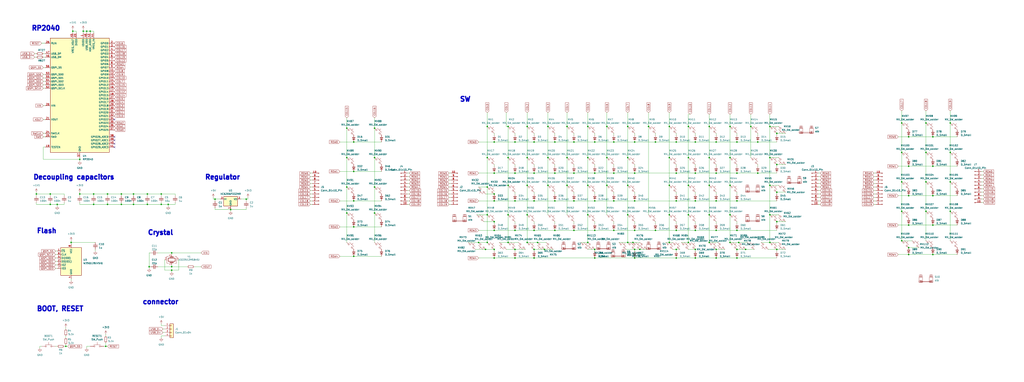
<source format=kicad_sch>
(kicad_sch (version 20230121) (generator eeschema)
  (paper "User" 750.011 280.01)
  (lib_symbols
    (symbol "Connector:Conn_01x10_Pin" (pin_names (offset 1.016) hide)
      (property "Reference" "J" (at 0 12.7 0))
      (property "Value" "Conn_01x10_Pin" (at 0 -15.24 0))
      (symbol "Conn_01x10_Pin_1_1"
        (pin passive line (at 5.08 10.16 180) (length 3.81) (name "Pin_1") (number "1"))
        (pin passive line (at 5.08 -12.7 180) (length 3.81) (name "Pin_10") (number "10"))
        (pin passive line (at 5.08 7.62 180) (length 3.81) (name "Pin_2") (number "2"))
        (pin passive line (at 5.08 5.08 180) (length 3.81) (name "Pin_3") (number "3"))
        (pin passive line (at 5.08 2.54 180) (length 3.81) (name "Pin_4") (number "4"))
        (pin passive line (at 5.08 0 180) (length 3.81) (name "Pin_5") (number "5"))
        (pin passive line (at 5.08 -2.54 180) (length 3.81) (name "Pin_6") (number "6"))
        (pin passive line (at 5.08 -5.08 180) (length 3.81) (name "Pin_7") (number "7"))
        (pin passive line (at 5.08 -7.62 180) (length 3.81) (name "Pin_8") (number "8"))
        (pin passive line (at 5.08 -10.16 180) (length 3.81) (name "Pin_9") (number "9"))
      )
    )
    (symbol "Connector_Generic:Conn_01x04" (pin_names (offset 1.016) hide)
      (property "Reference" "J" (at 0 5.08 0))
      (property "Value" "Conn_01x04" (at 0 -7.62 0))
      (symbol "Conn_01x04_1_1"
        (pin passive line (at -5.08 2.54 0) (length 3.81) (name "Pin_1") (number "1"))
        (pin passive line (at -5.08 0 0) (length 3.81) (name "Pin_2") (number "2"))
        (pin passive line (at -5.08 -2.54 0) (length 3.81) (name "Pin_3") (number "3"))
        (pin passive line (at -5.08 -5.08 0) (length 3.81) (name "Pin_4") (number "4"))
      )
    )
    (symbol "Device:C_Small" (pin_numbers hide) (pin_names (offset 0.254) hide)
      (property "Reference" "C" (at 0.254 1.778 0))
      (property "Value" "C_Small" (at 0.254 -2.032 0))
      (symbol "C_Small_1_1"
        (pin passive line (at 0 2.54 270) (length 2.032) (name "~") (number "1"))
        (pin passive line (at 0 -2.54 90) (length 2.032) (name "~") (number "2"))
      )
    )
    (symbol "Device:Crystal_GND24" (pin_names (offset 1.016) hide)
      (property "Reference" "Y" (at 3.175 5.08 0))
      (property "Value" "Crystal_GND24" (at 3.175 3.175 0))
      (symbol "Crystal_GND24_1_1"
        (pin passive line (at -3.81 0 0) (length 1.27) (name "1") (number "1"))
        (pin passive line (at 0 5.08 270) (length 1.27) (name "2") (number "2"))
        (pin passive line (at 3.81 0 180) (length 1.27) (name "3") (number "3"))
        (pin passive line (at 0 -5.08 90) (length 1.27) (name "4") (number "4"))
      )
    )
    (symbol "Device:D_Small" (pin_numbers hide) (pin_names (offset 0.254) hide)
      (property "Reference" "D" (at -1.27 2.032 0))
      (property "Value" "D_Small" (at -3.81 -2.032 0))
      (symbol "D_Small_1_1"
        (pin passive line (at -2.54 0 0) (length 1.778) (name "K") (number "1"))
        (pin passive line (at 2.54 0 180) (length 1.778) (name "A") (number "2"))
      )
    )
    (symbol "Device:R_Small" (pin_numbers hide) (pin_names (offset 0.254) hide)
      (property "Reference" "R" (at 0.762 0.508 0))
      (property "Value" "R_Small" (at 0.762 -1.016 0))
      (symbol "R_Small_1_1"
        (pin passive line (at 0 2.54 270) (length 0.762) (name "~") (number "1"))
        (pin passive line (at 0 -2.54 90) (length 0.762) (name "~") (number "2"))
      )
    )
    (symbol "MCU_RaspberryPi:RP2040"
      (property "Reference" "U" (at 17.78 45.72 0))
      (property "Value" "RP2040" (at 17.78 43.18 0))
      (symbol "RP2040_1_1"
        (pin power_in line (at 2.54 45.72 270) (length 3.81) (name "IOVDD") (number "1"))
        (pin passive line (at 2.54 45.72 270) (length 3.81) hide (name "IOVDD") (number "10"))
        (pin bidirectional line (at 25.4 17.78 180) (length 3.81) (name "GPIO8") (number "11"))
        (pin bidirectional line (at 25.4 15.24 180) (length 3.81) (name "GPIO9") (number "12"))
        (pin bidirectional line (at 25.4 12.7 180) (length 3.81) (name "GPIO10") (number "13"))
        (pin bidirectional line (at 25.4 10.16 180) (length 3.81) (name "GPIO11") (number "14"))
        (pin bidirectional line (at 25.4 7.62 180) (length 3.81) (name "GPIO12") (number "15"))
        (pin bidirectional line (at 25.4 5.08 180) (length 3.81) (name "GPIO13") (number "16"))
        (pin bidirectional line (at 25.4 2.54 180) (length 3.81) (name "GPIO14") (number "17"))
        (pin bidirectional line (at 25.4 0 180) (length 3.81) (name "GPIO15") (number "18"))
        (pin input line (at -25.4 -38.1 0) (length 3.81) (name "TESTEN") (number "19"))
        (pin bidirectional line (at 25.4 38.1 180) (length 3.81) (name "GPIO0") (number "2"))
        (pin input line (at -25.4 -7.62 0) (length 3.81) (name "XIN") (number "20"))
        (pin passive line (at -25.4 -17.78 0) (length 3.81) (name "XOUT") (number "21"))
        (pin passive line (at 2.54 45.72 270) (length 3.81) hide (name "IOVDD") (number "22"))
        (pin power_in line (at -2.54 45.72 270) (length 3.81) (name "DVDD") (number "23"))
        (pin input line (at -25.4 -27.94 0) (length 3.81) (name "SWCLK") (number "24"))
        (pin bidirectional line (at -25.4 -30.48 0) (length 3.81) (name "SWD") (number "25"))
        (pin input line (at -25.4 38.1 0) (length 3.81) (name "RUN") (number "26"))
        (pin bidirectional line (at 25.4 -2.54 180) (length 3.81) (name "GPIO16") (number "27"))
        (pin bidirectional line (at 25.4 -5.08 180) (length 3.81) (name "GPIO17") (number "28"))
        (pin bidirectional line (at 25.4 -7.62 180) (length 3.81) (name "GPIO18") (number "29"))
        (pin bidirectional line (at 25.4 35.56 180) (length 3.81) (name "GPIO1") (number "3"))
        (pin bidirectional line (at 25.4 -10.16 180) (length 3.81) (name "GPIO19") (number "30"))
        (pin bidirectional line (at 25.4 -12.7 180) (length 3.81) (name "GPIO20") (number "31"))
        (pin bidirectional line (at 25.4 -15.24 180) (length 3.81) (name "GPIO21") (number "32"))
        (pin passive line (at 2.54 45.72 270) (length 3.81) hide (name "IOVDD") (number "33"))
        (pin bidirectional line (at 25.4 -17.78 180) (length 3.81) (name "GPIO22") (number "34"))
        (pin bidirectional line (at 25.4 -20.32 180) (length 3.81) (name "GPIO23") (number "35"))
        (pin bidirectional line (at 25.4 -22.86 180) (length 3.81) (name "GPIO24") (number "36"))
        (pin bidirectional line (at 25.4 -25.4 180) (length 3.81) (name "GPIO25") (number "37"))
        (pin bidirectional line (at 25.4 -30.48 180) (length 3.81) (name "GPIO26_ADC0") (number "38"))
        (pin bidirectional line (at 25.4 -33.02 180) (length 3.81) (name "GPIO27_ADC1") (number "39"))
        (pin bidirectional line (at 25.4 33.02 180) (length 3.81) (name "GPIO2") (number "4"))
        (pin bidirectional line (at 25.4 -35.56 180) (length 3.81) (name "GPIO28_ADC2") (number "40"))
        (pin bidirectional line (at 25.4 -38.1 180) (length 3.81) (name "GPIO29_ADC3") (number "41"))
        (pin passive line (at 2.54 45.72 270) (length 3.81) hide (name "IOVDD") (number "42"))
        (pin power_in line (at 7.62 45.72 270) (length 3.81) (name "ADC_AVDD") (number "43"))
        (pin power_in line (at 10.16 45.72 270) (length 3.81) (name "VREG_IN") (number "44"))
        (pin power_out line (at -5.08 45.72 270) (length 3.81) (name "VREG_VOUT") (number "45"))
        (pin bidirectional line (at -25.4 27.94 0) (length 3.81) (name "USB_DM") (number "46"))
        (pin bidirectional line (at -25.4 30.48 0) (length 3.81) (name "USB_DP") (number "47"))
        (pin power_in line (at 5.08 45.72 270) (length 3.81) (name "USB_VDD") (number "48"))
        (pin passive line (at 2.54 45.72 270) (length 3.81) hide (name "IOVDD") (number "49"))
        (pin bidirectional line (at 25.4 30.48 180) (length 3.81) (name "GPIO3") (number "5"))
        (pin passive line (at -2.54 45.72 270) (length 3.81) hide (name "DVDD") (number "50"))
        (pin bidirectional line (at -25.4 7.62 0) (length 3.81) (name "QSPI_SD3") (number "51"))
        (pin output line (at -25.4 5.08 0) (length 3.81) (name "QSPI_SCLK") (number "52"))
        (pin bidirectional line (at -25.4 15.24 0) (length 3.81) (name "QSPI_SD0") (number "53"))
        (pin bidirectional line (at -25.4 10.16 0) (length 3.81) (name "QSPI_SD2") (number "54"))
        (pin bidirectional line (at -25.4 12.7 0) (length 3.81) (name "QSPI_SD1") (number "55"))
        (pin bidirectional line (at -25.4 20.32 0) (length 3.81) (name "QSPI_SS") (number "56"))
        (pin power_in line (at 0 -45.72 90) (length 3.81) (name "GND") (number "57"))
        (pin bidirectional line (at 25.4 27.94 180) (length 3.81) (name "GPIO4") (number "6"))
        (pin bidirectional line (at 25.4 25.4 180) (length 3.81) (name "GPIO5") (number "7"))
        (pin bidirectional line (at 25.4 22.86 180) (length 3.81) (name "GPIO6") (number "8"))
        (pin bidirectional line (at 25.4 20.32 180) (length 3.81) (name "GPIO7") (number "9"))
      )
    )
    (symbol "Memory_Flash:W25Q128JVS"
      (property "Reference" "U" (at -8.89 8.89 0))
      (property "Value" "W25Q128JVS" (at 7.62 8.89 0))
      (symbol "W25Q128JVS_1_1"
        (pin input line (at -10.16 7.62 0) (length 2.54) (name "~{CS}") (number "1"))
        (pin bidirectional line (at -10.16 0 0) (length 2.54) (name "DO(IO1)") (number "2"))
        (pin bidirectional line (at -10.16 -2.54 0) (length 2.54) (name "IO2") (number "3"))
        (pin power_in line (at 0 -12.7 90) (length 2.54) (name "GND") (number "4"))
        (pin bidirectional line (at -10.16 2.54 0) (length 2.54) (name "DI(IO0)") (number "5"))
        (pin input line (at -10.16 5.08 0) (length 2.54) (name "CLK") (number "6"))
        (pin bidirectional line (at -10.16 -5.08 0) (length 2.54) (name "IO3") (number "7"))
        (pin power_in line (at 0 12.7 270) (length 2.54) (name "VCC") (number "8"))
      )
    )
    (symbol "PCM_marbastlib-mx:MX_SW_HS" (pin_numbers hide) (pin_names (offset 1.016) hide)
      (property "Reference" "MX" (at 3.048 1.016 0))
      (property "Value" "MX_SW_HS" (at 0 -3.81 0))
      (symbol "MX_SW_HS_0_1"
        (pin passive line (at -2.54 2.54 0) (length 0) (name "1") (number "1"))
        (pin passive line (at 2.54 -2.54 180) (length 0) (name "2") (number "2"))
      )
    )
    (symbol "PCM_marbastlib-mx:MX_stab" (pin_names (offset 1.016))
      (property "Reference" "S" (at -5.08 6.35 0))
      (property "Value" "MX_stab" (at -5.08 3.81 0))
    )
    (symbol "Regulator_Linear:XC6206PxxxMR" (pin_names (offset 0.254))
      (property "Reference" "U" (at -3.81 3.175 0))
      (property "Value" "XC6206PxxxMR" (at 0 3.175 0))
      (symbol "XC6206PxxxMR_1_1"
        (pin power_in line (at 0 -7.62 90) (length 2.54) (name "GND") (number "1"))
        (pin power_out line (at 7.62 0 180) (length 2.54) (name "VO") (number "2"))
        (pin power_in line (at -7.62 0 0) (length 2.54) (name "VI") (number "3"))
      )
    )
    (symbol "Switch:SW_Push" (pin_numbers hide) (pin_names (offset 1.016) hide)
      (property "Reference" "SW" (at 1.27 2.54 0))
      (property "Value" "SW_Push" (at 0 -1.524 0))
      (symbol "SW_Push_0_1"
        (pin passive line (at -5.08 0 0) (length 2.54) (name "1") (number "1"))
        (pin passive line (at 5.08 0 180) (length 2.54) (name "2") (number "2"))
      )
    )
    (symbol "power:+1V1" (power) (pin_names (offset 0))
      (property "Value" "+1V1" (at 0 3.556 0))
      (symbol "+1V1_1_1"
        (pin power_in line (at 0 0 90) (length 0) hide (name "+1V1") (number "1"))
      )
    )
    (symbol "power:+3V3" (power) (pin_names (offset 0))
      (property "Value" "+3V3" (at 0 3.556 0))
      (symbol "+3V3_1_1"
        (pin power_in line (at 0 0 90) (length 0) hide (name "+3V3") (number "1"))
      )
    )
    (symbol "power:+5V" (power) (pin_names (offset 0))
      (property "Value" "+5V" (at 0 3.556 0))
      (symbol "+5V_1_1"
        (pin power_in line (at 0 0 90) (length 0) hide (name "+5V") (number "1"))
      )
    )
    (symbol "power:GND" (power) (pin_names (offset 0))
      (property "Value" "GND" (at 0 -3.81 0))
      (symbol "GND_1_1"
        (pin power_in line (at 0 0 270) (length 0) hide (name "GND") (number "1"))
      )
    )
  )
  (junction (at 78.74 142.24))
  (junction (at 534.67 177.8))
  (junction (at 361.95 104.14))
  (junction (at 678.18 90.17))
  (junction (at 435.61 104.14))
  (junction (at 97.79 149.86))
  (junction (at 449.58 104.14))
  (junction (at 660.4 90.17))
  (junction (at 541.02 177.8))
  (junction (at 464.82 182.88))
  (junction (at 361.95 168.91))
  (junction (at 665.48 181.61))
  (junction (at 534.67 135.89))
  (junction (at 435.61 127))
  (junction (at 683.26 121.92))
  (junction (at 480.06 104.14))
  (junction (at 254 137.16))
  (junction (at 695.96 154.94))
  (junction (at 504.19 92.71))
  (junction (at 355.6 182.88))
  (junction (at 386.08 157.48))
  (junction (at 58.42 116.84))
  (junction (at 563.88 177.8))
  (junction (at 254 156.21))
  (junction (at 125.73 185.42))
  (junction (at 524.51 182.88))
  (junction (at 539.75 168.91))
  (junction (at 509.27 127))
  (junction (at 546.1 182.88))
  (junction (at 107.95 142.24))
  (junction (at 519.43 177.8))
  (junction (at 377.19 104.14))
  (junction (at 509.27 104.14))
  (junction (at 350.52 177.8))
  (junction (at 125.73 195.58))
  (junction (at 68.58 149.86))
  (junction (at 519.43 115.57))
  (junction (at 386.08 177.8))
  (junction (at 377.19 189.23))
  (junction (at 372.11 157.48))
  (junction (at 568.96 97.79))
  (junction (at 118.11 149.86))
  (junction (at 568.96 162.56))
  (junction (at 665.48 165.1))
  (junction (at 519.43 157.48))
  (junction (at 107.95 149.86))
  (junction (at 274.32 156.21))
  (junction (at 386.08 92.71))
  (junction (at 539.75 127))
  (junction (at 519.43 92.71))
  (junction (at 695.96 133.35))
  (junction (at 665.48 186.69))
  (junction (at 524.51 127))
  (junction (at 464.82 189.23))
  (junction (at 401.32 92.71))
  (junction (at 53.34 22.86))
  (junction (at 435.61 168.91))
  (junction (at 660.4 154.94))
  (junction (at 36.83 149.86))
  (junction (at 377.19 127))
  (junction (at 464.82 104.14))
  (junction (at 449.58 147.32))
  (junction (at 490.22 135.89))
  (junction (at 524.51 147.32))
  (junction (at 660.4 176.53))
  (junction (at 406.4 168.91))
  (junction (at 109.22 195.58))
  (junction (at 504.19 177.8))
  (junction (at 356.87 92.71))
  (junction (at 259.08 187.96))
  (junction (at 180.34 146.05))
  (junction (at 504.19 115.57))
  (junction (at 401.32 115.57))
  (junction (at 259.08 166.37))
  (junction (at 539.75 147.32))
  (junction (at 125.73 198.12))
  (junction (at 665.48 100.33))
  (junction (at 386.08 115.57))
  (junction (at 401.32 135.89))
  (junction (at 504.19 135.89))
  (junction (at 386.08 135.89))
  (junction (at 60.96 22.86))
  (junction (at 356.87 177.8))
  (junction (at 678.18 111.76))
  (junction (at 48.26 254))
  (junction (at 259.08 147.32))
  (junction (at 26.67 142.24))
  (junction (at 406.4 127))
  (junction (at 495.3 127))
  (junction (at 97.79 142.24))
  (junction (at 356.87 115.57))
  (junction (at 464.82 147.32))
  (junction (at 420.37 104.14))
  (junction (at 63.5 22.86))
  (junction (at 420.37 168.91))
  (junction (at 695.96 111.76))
  (junction (at 509.27 147.32))
  (junction (at 444.5 115.57))
  (junction (at 157.48 146.05))
  (junction (at 524.51 168.91))
  (junction (at 361.95 147.32))
  (junction (at 444.5 92.71))
  (junction (at 459.74 135.89))
  (junction (at 430.53 92.71))
  (junction (at 509.27 182.88))
  (junction (at 168.91 153.67))
  (junction (at 361.95 142.24))
  (junction (at 678.18 133.35))
  (junction (at 420.37 127))
  (junction (at 377.19 147.32))
  (junction (at 415.29 115.57))
  (junction (at 683.26 143.51))
  (junction (at 563.88 92.71))
  (junction (at 435.61 189.23))
  (junction (at 495.3 182.88))
  (junction (at 495.3 147.32))
  (junction (at 683.26 165.1))
  (junction (at 563.88 135.89))
  (junction (at 372.11 92.71))
  (junction (at 490.22 177.8))
  (junction (at 430.53 157.48))
  (junction (at 449.58 168.91))
  (junction (at 660.4 133.35))
  (junction (at 377.19 182.88))
  (junction (at 259.08 125.73))
  (junction (at 695.96 90.17))
  (junction (at 459.74 177.8))
  (junction (at 274.32 115.57))
  (junction (at 568.96 182.88))
  (junction (at 524.51 104.14))
  (junction (at 495.3 189.23))
  (junction (at 490.22 115.57))
  (junction (at 274.32 137.16))
  (junction (at 259.08 104.14))
  (junction (at 495.3 168.91))
  (junction (at 444.5 135.89))
  (junction (at 415.29 92.71))
  (junction (at 665.48 121.92))
  (junction (at 683.26 100.33))
  (junction (at 519.43 135.89))
  (junction (at 474.98 92.71))
  (junction (at 539.75 104.14))
  (junction (at 372.11 177.8))
  (junction (at 58.42 142.24))
  (junction (at 391.16 182.88))
  (junction (at 406.4 104.14))
  (junction (at 468.63 182.88))
  (junction (at 665.48 143.51))
  (junction (at 568.96 140.97))
  (junction (at 398.78 182.88))
  (junction (at 568.96 120.65))
  (junction (at 52.07 177.8))
  (junction (at 534.67 92.71))
  (junction (at 356.87 137.16))
  (junction (at 415.29 135.89))
  (junction (at 459.74 157.48))
  (junction (at 660.4 111.76))
  (junction (at 509.27 168.91))
  (junction (at 254 93.98))
  (junction (at 393.7 177.8))
  (junction (at 391.16 147.32))
  (junction (at 464.82 168.91))
  (junction (at 563.88 115.57))
  (junction (at 254 115.57))
  (junction (at 420.37 147.32))
  (junction (at 66.04 22.86))
  (junction (at 554.99 127))
  (junction (at 391.16 168.91))
  (junction (at 504.19 157.48))
  (junction (at 391.16 104.14))
  (junction (at 490.22 157.48))
  (junction (at 118.11 142.24))
  (junction (at 435.61 182.88))
  (junction (at 372.11 115.57))
  (junction (at 361.95 189.23))
  (junction (at 391.16 127))
  (junction (at 77.47 254))
  (junction (at 463.55 177.8))
  (junction (at 406.4 147.32))
  (junction (at 377.19 168.91))
  (junction (at 88.9 142.24))
  (junction (at 490.22 92.71))
  (junction (at 78.74 149.86))
  (junction (at 539.75 189.23))
  (junction (at 678.18 154.94))
  (junction (at 36.83 142.24))
  (junction (at 361.95 182.88))
  (junction (at 549.91 92.71))
  (junction (at 495.3 104.14))
  (junction (at 509.27 189.23))
  (junction (at 459.74 92.71))
  (junction (at 563.88 157.48))
  (junction (at 459.74 115.57))
  (junction (at 361.95 127))
  (junction (at 123.19 149.86))
  (junction (at 539.75 182.88))
  (junction (at 361.95 162.56))
  (junction (at 449.58 127))
  (junction (at 534.67 157.48))
  (junction (at 554.99 104.14))
  (junction (at 41.91 149.86))
  (junction (at 356.87 157.48))
  (junction (at 430.53 115.57))
  (junction (at 274.32 93.98))
  (junction (at 464.82 127))
  (junction (at 480.06 168.91))
  (junction (at 683.26 186.69))
  (junction (at 372.11 135.89))
  (junction (at 88.9 149.86))
  (junction (at 430.53 177.8))
  (junction (at 524.51 189.23))
  (junction (at 430.53 135.89))
  (junction (at 68.58 142.24))
  (junction (at 435.61 147.32))
  (junction (at 391.16 189.23))
  (junction (at 534.67 115.57))
  (no_connect (at 83.82 102.87))
  (no_connect (at 83.82 105.41))
  (no_connect (at 83.82 100.33))
  (no_connect (at 83.82 87.63))
  (no_connect (at 83.82 107.95))
  (wire (pts (xy 398.78 182.88) (xy 405.13 182.88)))
  (wire (pts (xy 504.19 135.89) (xy 504.19 157.48)))
  (wire (pts (xy 524.51 127) (xy 539.75 127)))
  (wire (pts (xy 274.32 86.36) (xy 274.32 93.98)))
  (wire (pts (xy 176.53 146.05) (xy 180.34 146.05)))
  (wire (pts (xy 640.08 149.86) (xy 641.35 149.86)))
  (wire (pts (xy 361.95 127) (xy 377.19 127)))
  (wire (pts (xy 406.4 127) (xy 420.37 127)))
  (wire (pts (xy 568.96 97.79) (xy 575.31 97.79)))
  (wire (pts (xy 474.98 92.71) (xy 474.98 157.48)))
  (wire (pts (xy 180.34 152.4) (xy 180.34 153.67)))
  (wire (pts (xy 227.33 144.78) (xy 228.6 144.78)))
  (wire (pts (xy 554.99 97.79) (xy 554.99 99.06)))
  (wire (pts (xy 464.82 140.97) (xy 464.82 142.24)))
  (wire (pts (xy 401.32 92.71) (xy 401.32 115.57)))
  (wire (pts (xy 66.04 24.13) (xy 66.04 22.86)))
  (wire (pts (xy 66.04 22.86) (xy 63.5 22.86)))
  (wire (pts (xy 356.87 157.48) (xy 356.87 177.8)))
  (wire (pts (xy 665.48 143.51) (xy 683.26 143.51)))
  (wire (pts (xy 640.08 132.08) (xy 641.35 132.08)))
  (wire (pts (xy 657.86 100.33) (xy 665.48 100.33)))
  (wire (pts (xy 524.51 182.88) (xy 530.86 182.88)))
  (wire (pts (xy 534.67 92.71) (xy 534.67 83.82)))
  (wire (pts (xy 142.24 195.58) (xy 147.32 195.58)))
  (wire (pts (xy 492.76 177.8) (xy 490.22 177.8)))
  (wire (pts (xy 549.91 92.71) (xy 549.91 115.57)))
  (wire (pts (xy 109.22 195.58) (xy 109.22 196.85)))
  (wire (pts (xy 46.99 143.51) (xy 46.99 142.24)))
  (wire (pts (xy 26.67 149.86) (xy 36.83 149.86)))
  (wire (pts (xy 33.02 107.95) (xy 31.75 107.95)))
  (wire (pts (xy 63.5 22.86) (xy 63.5 24.13)))
  (wire (pts (xy 665.48 186.69) (xy 683.26 186.69)))
  (wire (pts (xy 386.08 92.71) (xy 386.08 115.57)))
  (wire (pts (xy 435.61 104.14) (xy 449.58 104.14)))
  (wire (pts (xy 519.43 92.71) (xy 519.43 115.57)))
  (wire (pts (xy 464.82 104.14) (xy 480.06 104.14)))
  (wire (pts (xy 36.83 142.24) (xy 36.83 143.51)))
  (wire (pts (xy 77.47 251.46) (xy 77.47 254)))
  (wire (pts (xy 678.18 133.35) (xy 678.18 154.94)))
  (wire (pts (xy 180.34 146.05) (xy 180.34 147.32)))
  (wire (pts (xy 554.99 104.14) (xy 568.96 104.14)))
  (wire (pts (xy 77.47 254) (xy 76.2 254)))
  (wire (pts (xy 435.61 97.79) (xy 435.61 99.06)))
  (wire (pts (xy 509.27 168.91) (xy 524.51 168.91)))
  (wire (pts (xy 534.67 115.57) (xy 534.67 135.89)))
  (wire (pts (xy 372.11 135.89) (xy 372.11 157.48)))
  (wire (pts (xy 386.08 82.55) (xy 386.08 92.71)))
  (wire (pts (xy 391.16 97.79) (xy 391.16 99.06)))
  (wire (pts (xy 474.98 92.71) (xy 474.98 82.55)))
  (wire (pts (xy 128.27 142.24) (xy 128.27 143.51)))
  (wire (pts (xy 248.92 147.32) (xy 259.08 147.32)))
  (wire (pts (xy 600.71 142.24) (xy 599.44 142.24)))
  (wire (pts (xy 29.21 254) (xy 29.21 255.27)))
  (wire (pts (xy 665.48 165.1) (xy 683.26 165.1)))
  (wire (pts (xy 430.53 115.57) (xy 430.53 135.89)))
  (wire (pts (xy 157.48 146.05) (xy 157.48 147.32)))
  (wire (pts (xy 490.22 115.57) (xy 490.22 135.89)))
  (wire (pts (xy 31.75 41.91) (xy 33.02 41.91)))
  (wire (pts (xy 125.73 185.42) (xy 147.32 185.42)))
  (wire (pts (xy 157.48 152.4) (xy 157.48 153.67)))
  (wire (pts (xy 361.95 182.88) (xy 361.95 184.15)))
  (wire (pts (xy 459.74 135.89) (xy 459.74 157.48)))
  (wire (pts (xy 115.57 195.58) (xy 125.73 195.58)))
  (wire (pts (xy 274.32 137.16) (xy 274.32 115.57)))
  (wire (pts (xy 120.65 190.5) (xy 120.65 198.12)))
  (wire (pts (xy 640.08 137.16) (xy 641.35 137.16)))
  (wire (pts (xy 562.61 182.88) (xy 568.96 182.88)))
  (wire (pts (xy 415.29 82.55) (xy 415.29 92.71)))
  (wire (pts (xy 40.64 189.23) (xy 41.91 189.23)))
  (wire (pts (xy 539.75 97.79) (xy 539.75 99.06)))
  (wire (pts (xy 78.74 149.86) (xy 88.9 149.86)))
  (wire (pts (xy 683.26 165.1) (xy 701.04 165.1)))
  (wire (pts (xy 568.96 140.97) (xy 575.31 140.97)))
  (wire (pts (xy 125.73 199.39) (xy 125.73 198.12)))
  (wire (pts (xy 355.6 182.88) (xy 361.95 182.88)))
  (wire (pts (xy 26.67 148.59) (xy 26.67 149.86)))
  (wire (pts (xy 459.74 115.57) (xy 459.74 135.89)))
  (wire (pts (xy 570.23 135.89) (xy 563.88 135.89)))
  (wire (pts (xy 524.51 120.65) (xy 524.51 121.92)))
  (wire (pts (xy 48.26 240.03) (xy 48.26 241.3)))
  (wire (pts (xy 125.73 195.58) (xy 137.16 195.58)))
  (wire (pts (xy 420.37 147.32) (xy 435.61 147.32)))
  (wire (pts (xy 157.48 146.05) (xy 161.29 146.05)))
  (wire (pts (xy 88.9 142.24) (xy 97.79 142.24)))
  (wire (pts (xy 657.86 143.51) (xy 665.48 143.51)))
  (wire (pts (xy 401.32 135.89) (xy 401.32 157.48)))
  (wire (pts (xy 350.52 189.23) (xy 361.95 189.23)))
  (wire (pts (xy 509.27 147.32) (xy 524.51 147.32)))
  (wire (pts (xy 464.82 127) (xy 495.3 127)))
  (wire (pts (xy 487.68 177.8) (xy 490.22 177.8)))
  (wire (pts (xy 31.75 62.23) (xy 33.02 62.23)))
  (wire (pts (xy 464.82 120.65) (xy 464.82 121.92)))
  (wire (pts (xy 377.19 182.88) (xy 384.81 182.88)))
  (wire (pts (xy 299.72 144.78) (xy 298.45 144.78)))
  (wire (pts (xy 370.84 92.71) (xy 372.11 92.71)))
  (wire (pts (xy 68.58 142.24) (xy 68.58 143.51)))
  (wire (pts (xy 36.83 142.24) (xy 46.99 142.24)))
  (wire (pts (xy 53.34 21.59) (xy 53.34 22.86)))
  (wire (pts (xy 449.58 162.56) (xy 449.58 163.83)))
  (wire (pts (xy 31.75 49.53) (xy 33.02 49.53)))
  (wire (pts (xy 657.86 186.69) (xy 665.48 186.69)))
  (wire (pts (xy 509.27 104.14) (xy 524.51 104.14)))
  (wire (pts (xy 361.95 162.56) (xy 361.95 163.83)))
  (wire (pts (xy 25.4 39.37) (xy 26.67 39.37)))
  (wire (pts (xy 55.88 22.86) (xy 55.88 24.13)))
  (wire (pts (xy 46.99 148.59) (xy 46.99 149.86)))
  (wire (pts (xy 377.19 162.56) (xy 377.19 163.83)))
  (wire (pts (xy 435.61 147.32) (xy 449.58 147.32)))
  (wire (pts (xy 128.27 149.86) (xy 128.27 148.59)))
  (wire (pts (xy 420.37 162.56) (xy 420.37 163.83)))
  (wire (pts (xy 328.93 132.08) (xy 330.2 132.08)))
  (wire (pts (xy 497.84 182.88) (xy 495.3 182.88)))
  (wire (pts (xy 53.34 22.86) (xy 55.88 22.86)))
  (wire (pts (xy 391.16 104.14) (xy 406.4 104.14)))
  (wire (pts (xy 415.29 115.57) (xy 415.29 135.89)))
  (wire (pts (xy 31.75 100.33) (xy 33.02 100.33)))
  (wire (pts (xy 720.09 146.05) (xy 718.82 146.05)))
  (wire (pts (xy 449.58 140.97) (xy 449.58 142.24)))
  (wire (pts (xy 68.58 149.86) (xy 78.74 149.86)))
  (wire (pts (xy 52.07 176.53) (xy 52.07 177.8)))
  (wire (pts (xy 299.72 129.54) (xy 298.45 129.54)))
  (wire (pts (xy 156.21 146.05) (xy 156.21 144.78)))
  (wire (pts (xy 342.9 177.8) (xy 350.52 177.8)))
  (wire (pts (xy 181.61 146.05) (xy 181.61 144.78)))
  (wire (pts (xy 665.48 121.92) (xy 683.26 121.92)))
  (wire (pts (xy 40.64 196.85) (xy 41.91 196.85)))
  (wire (pts (xy 78.74 148.59) (xy 78.74 149.86)))
  (wire (pts (xy 391.16 127) (xy 406.4 127)))
  (wire (pts (xy 274.32 156.21) (xy 274.32 137.16)))
  (wire (pts (xy 248.92 104.14) (xy 259.08 104.14)))
  (wire (pts (xy 299.72 134.62) (xy 298.45 134.62)))
  (wire (pts (xy 444.5 82.55) (xy 444.5 92.71)))
  (wire (pts (xy 372.11 115.57) (xy 372.11 135.89)))
  (wire (pts (xy 435.61 168.91) (xy 449.58 168.91)))
  (wire (pts (xy 356.87 92.71) (xy 356.87 115.57)))
  (wire (pts (xy 120.65 198.12) (xy 125.73 198.12)))
  (wire (pts (xy 328.93 142.24) (xy 330.2 142.24)))
  (wire (pts (xy 107.95 149.86) (xy 118.11 149.86)))
  (wire (pts (xy 509.27 97.79) (xy 509.27 99.06)))
  (wire (pts (xy 695.96 133.35) (xy 695.96 154.94)))
  (wire (pts (xy 118.11 237.49) (xy 118.11 238.76)))
  (wire (pts (xy 720.09 130.81) (xy 718.82 130.81)))
  (wire (pts (xy 509.27 127) (xy 524.51 127)))
  (wire (pts (xy 254 115.57) (xy 254 137.16)))
  (wire (pts (xy 495.3 120.65) (xy 495.3 121.92)))
  (wire (pts (xy 425.45 177.8) (xy 430.53 177.8)))
  (wire (pts (xy 377.19 147.32) (xy 391.16 147.32)))
  (wire (pts (xy 563.88 92.71) (xy 563.88 115.57)))
  (wire (pts (xy 31.75 57.15) (xy 33.02 57.15)))
  (wire (pts (xy 347.98 182.88) (xy 355.6 182.88)))
  (wire (pts (xy 60.96 22.86) (xy 63.5 22.86)))
  (wire (pts (xy 350.52 147.32) (xy 361.95 147.32)))
  (wire (pts (xy 720.09 140.97) (xy 718.82 140.97)))
  (wire (pts (xy 386.08 177.8) (xy 393.7 177.8)))
  (wire (pts (xy 524.51 162.56) (xy 524.51 163.83)))
  (wire (pts (xy 640.08 144.78) (xy 641.35 144.78)))
  (wire (pts (xy 227.33 142.24) (xy 228.6 142.24)))
  (wire (pts (xy 683.26 186.69) (xy 701.04 186.69)))
  (wire (pts (xy 66.04 22.86) (xy 68.58 22.86)))
  (wire (pts (xy 435.61 120.65) (xy 435.61 121.92)))
  (wire (pts (xy 41.91 151.13) (xy 41.91 149.86)))
  (wire (pts (xy 480.06 97.79) (xy 480.06 99.06)))
  (wire (pts (xy 356.87 82.55) (xy 356.87 92.71)))
  (wire (pts (xy 509.27 182.88) (xy 509.27 184.15)))
  (wire (pts (xy 356.87 115.57) (xy 356.87 137.16)))
  (wire (pts (xy 480.06 168.91) (xy 495.3 168.91)))
  (wire (pts (xy 355.6 142.24) (xy 361.95 142.24)))
  (wire (pts (xy 504.19 115.57) (xy 504.19 135.89)))
  (wire (pts (xy 58.42 118.11) (xy 58.42 116.84)))
  (wire (pts (xy 600.71 137.16) (xy 599.44 137.16)))
  (wire (pts (xy 40.64 186.69) (xy 41.91 186.69)))
  (wire (pts (xy 435.61 162.56) (xy 435.61 163.83)))
  (wire (pts (xy 464.82 168.91) (xy 480.06 168.91)))
  (wire (pts (xy 386.08 115.57) (xy 386.08 135.89)))
  (wire (pts (xy 524.51 189.23) (xy 539.75 189.23)))
  (wire (pts (xy 495.3 147.32) (xy 509.27 147.32)))
  (wire (pts (xy 227.33 149.86) (xy 228.6 149.86)))
  (wire (pts (xy 88.9 143.51) (xy 88.9 142.24)))
  (wire (pts (xy 391.16 182.88) (xy 391.16 184.15)))
  (wire (pts (xy 52.07 177.8) (xy 52.07 179.07)))
  (wire (pts (xy 31.75 107.95) (xy 31.75 116.84)))
  (wire (pts (xy 657.86 121.92) (xy 665.48 121.92)))
  (wire (pts (xy 600.71 129.54) (xy 599.44 129.54)))
  (wire (pts (xy 524.51 168.91) (xy 539.75 168.91)))
  (wire (pts (xy 125.73 194.31) (xy 125.73 195.58)))
  (wire (pts (xy 88.9 149.86) (xy 97.79 149.86)))
  (wire (pts (xy 58.42 148.59) (xy 58.42 149.86)))
  (wire (pts (xy 678.18 90.17) (xy 678.18 111.76)))
  (wire (pts (xy 665.48 100.33) (xy 683.26 100.33)))
  (wire (pts (xy 361.95 168.91) (xy 377.19 168.91)))
  (wire (pts (xy 444.5 92.71) (xy 444.5 115.57)))
  (wire (pts (xy 372.11 92.71) (xy 372.11 115.57)))
  (wire (pts (xy 356.87 177.8) (xy 350.52 177.8)))
  (wire (pts (xy 60.96 24.13) (xy 60.96 22.86)))
  (wire (pts (xy 444.5 115.57) (xy 444.5 135.89)))
  (wire (pts (xy 524.51 147.32) (xy 539.75 147.32)))
  (wire (pts (xy 168.91 153.67) (xy 180.34 153.67)))
  (wire (pts (xy 519.43 157.48) (xy 519.43 177.8)))
  (wire (pts (xy 554.99 120.65) (xy 554.99 121.92)))
  (wire (pts (xy 495.3 162.56) (xy 495.3 163.83)))
  (wire (pts (xy 78.74 254) (xy 77.47 254)))
  (wire (pts (xy 227.33 134.62) (xy 228.6 134.62)))
  (wire (pts (xy 227.33 139.7) (xy 228.6 139.7)))
  (wire (pts (xy 546.1 182.88) (xy 552.45 182.88)))
  (wire (pts (xy 541.02 177.8) (xy 547.37 177.8)))
  (wire (pts (xy 509.27 189.23) (xy 524.51 189.23)))
  (wire (pts (xy 328.93 149.86) (xy 330.2 149.86)))
  (wire (pts (xy 695.96 90.17) (xy 695.96 111.76)))
  (wire (pts (xy 391.16 140.97) (xy 391.16 142.24)))
  (wire (pts (xy 377.19 104.14) (xy 391.16 104.14)))
  (wire (pts (xy 365.76 177.8) (xy 372.11 177.8)))
  (wire (pts (xy 420.37 140.97) (xy 420.37 142.24)))
  (wire (pts (xy 504.19 157.48) (xy 504.19 177.8)))
  (wire (pts (xy 495.3 97.79) (xy 495.3 99.06)))
  (wire (pts (xy 490.22 157.48) (xy 490.22 177.8)))
  (wire (pts (xy 463.55 177.8) (xy 468.63 177.8)))
  (wire (pts (xy 274.32 115.57) (xy 274.32 93.98)))
  (wire (pts (xy 406.4 97.79) (xy 406.4 99.06)))
  (wire (pts (xy 660.4 81.28) (xy 660.4 90.17)))
  (wire (pts (xy 361.95 147.32) (xy 377.19 147.32)))
  (wire (pts (xy 78.74 143.51) (xy 78.74 142.24)))
  (wire (pts (xy 406.4 168.91) (xy 420.37 168.91)))
  (wire (pts (xy 52.07 204.47) (xy 52.07 205.74)))
  (wire (pts (xy 539.75 182.88) (xy 546.1 182.88)))
  (wire (pts (xy 401.32 92.71) (xy 401.32 82.55)))
  (wire (pts (xy 391.16 182.88) (xy 398.78 182.88)))
  (wire (pts (xy 227.33 127) (xy 228.6 127)))
  (wire (pts (xy 119.38 243.84) (xy 120.65 243.84)))
  (wire (pts (xy 386.08 135.89) (xy 386.08 157.48)))
  (wire (pts (xy 69.85 182.88) (xy 69.85 184.15)))
  (wire (pts (xy 640.08 147.32) (xy 641.35 147.32)))
  (wire (pts (xy 600.71 149.86) (xy 599.44 149.86)))
  (wire (pts (xy 77.47 245.11) (xy 77.47 246.38)))
  (wire (pts (xy 495.3 168.91) (xy 509.27 168.91)))
  (wire (pts (xy 444.5 135.89) (xy 444.5 157.48)))
  (wire (pts (xy 406.4 104.14) (xy 420.37 104.14)))
  (wire (pts (xy 40.64 194.31) (xy 41.91 194.31)))
  (wire (pts (xy 539.75 189.23) (xy 568.96 189.23)))
  (wire (pts (xy 377.19 140.97) (xy 377.19 142.24)))
  (wire (pts (xy 254 86.36) (xy 254 93.98)))
  (wire (pts (xy 480.06 104.14) (xy 495.3 104.14)))
  (wire (pts (xy 328.93 129.54) (xy 330.2 129.54)))
  (wire (pts (xy 53.34 24.13) (xy 53.34 22.86)))
  (wire (pts (xy 539.75 162.56) (xy 539.75 163.83)))
  (wire (pts (xy 430.53 92.71) (xy 430.53 115.57)))
  (wire (pts (xy 600.71 132.08) (xy 599.44 132.08)))
  (wire (pts (xy 274.32 177.8) (xy 274.32 156.21)))
  (wire (pts (xy 600.71 134.62) (xy 599.44 134.62)))
  (wire (pts (xy 449.58 147.32) (xy 464.82 147.32)))
  (wire (pts (xy 420.37 127) (xy 435.61 127)))
  (wire (pts (xy 459.74 92.71) (xy 459.74 115.57)))
  (wire (pts (xy 678.18 111.76) (xy 678.18 133.35)))
  (wire (pts (xy 58.42 140.97) (xy 58.42 142.24)))
  (wire (pts (xy 568.96 140.97) (xy 568.96 142.24)))
  (wire (pts (xy 30.48 254) (xy 29.21 254)))
  (wire (pts (xy 227.33 137.16) (xy 228.6 137.16)))
  (wire (pts (xy 41.91 149.86) (xy 46.99 149.86)))
  (wire (pts (xy 406.4 162.56) (xy 406.4 163.83)))
  (wire (pts (xy 299.72 139.7) (xy 298.45 139.7)))
  (wire (pts (xy 328.93 137.16) (xy 330.2 137.16)))
  (wire (pts (xy 504.19 83.82) (xy 505.46 83.82)))
  (wire (pts (xy 449.58 120.65) (xy 449.58 121.92)))
  (wire (pts (xy 30.48 31.75) (xy 33.02 31.75)))
  (wire (pts (xy 227.33 132.08) (xy 228.6 132.08)))
  (wire (pts (xy 259.08 125.73) (xy 248.92 125.73)))
  (wire (pts (xy 88.9 148.59) (xy 88.9 149.86)))
  (wire (pts (xy 420.37 120.65) (xy 420.37 121.92)))
  (wire (pts (xy 449.58 104.14) (xy 464.82 104.14)))
  (wire (pts (xy 509.27 162.56) (xy 509.27 163.83)))
  (wire (pts (xy 299.72 149.86) (xy 298.45 149.86)))
  (wire (pts (xy 683.26 121.92) (xy 701.04 121.92)))
  (wire (pts (xy 97.79 148.59) (xy 97.79 149.86)))
  (wire (pts (xy 48.26 252.73) (xy 48.26 254)))
  (wire (pts (xy 504.19 182.88) (xy 509.27 182.88)))
  (wire (pts (xy 109.22 195.58) (xy 110.49 195.58)))
  (wire (pts (xy 415.29 135.89) (xy 415.29 157.48)))
  (wire (pts (xy 568.96 97.79) (xy 568.96 99.06)))
  (wire (pts (xy 227.33 129.54) (xy 228.6 129.54)))
  (wire (pts (xy 499.11 177.8) (xy 504.19 177.8)))
  (wire (pts (xy 168.91 154.94) (xy 168.91 153.67)))
  (wire (pts (xy 568.96 120.65) (xy 568.96 121.92)))
  (wire (pts (xy 563.88 115.57) (xy 570.23 115.57)))
  (wire (pts (xy 563.88 92.71) (xy 563.88 83.82)))
  (wire (pts (xy 695.96 81.28) (xy 695.96 90.17)))
  (wire (pts (xy 539.75 120.65) (xy 539.75 121.92)))
  (wire (pts (xy 63.5 254) (xy 63.5 255.27)))
  (wire (pts (xy 118.11 149.86) (xy 123.19 149.86)))
  (wire (pts (xy 495.3 189.23) (xy 509.27 189.23)))
  (wire (pts (xy 48.26 254) (xy 49.53 254)))
  (wire (pts (xy 464.82 182.88) (xy 468.63 182.88)))
  (wire (pts (xy 524.51 97.79) (xy 524.51 99.06)))
  (wire (pts (xy 26.67 143.51) (xy 26.67 142.24)))
  (wire (pts (xy 118.11 238.76) (xy 120.65 238.76)))
  (wire (pts (xy 68.58 142.24) (xy 78.74 142.24)))
  (wire (pts (xy 299.72 142.24) (xy 298.45 142.24)))
  (wire (pts (xy 254 137.16) (xy 254 156.21)))
  (wire (pts (xy 406.4 147.32) (xy 420.37 147.32)))
  (wire (pts (xy 660.4 133.35) (xy 660.4 154.94)))
  (wire (pts (xy 554.99 127) (xy 568.96 127)))
  (wire (pts (xy 157.48 153.67) (xy 168.91 153.67)))
  (wire (pts (xy 563.88 115.57) (xy 563.88 135.89)))
  (wire (pts (xy 519.43 115.57) (xy 519.43 135.89)))
  (wire (pts (xy 435.61 127) (xy 449.58 127)))
  (wire (pts (xy 600.71 139.7) (xy 599.44 139.7)))
  (wire (pts (xy 248.92 187.96) (xy 259.08 187.96)))
  (wire (pts (xy 227.33 147.32) (xy 228.6 147.32)))
  (wire (pts (xy 328.93 147.32) (xy 330.2 147.32)))
  (wire (pts (xy 31.75 54.61) (xy 33.02 54.61)))
  (wire (pts (xy 468.63 182.88) (xy 473.71 182.88)))
  (wire (pts (xy 40.64 254) (xy 41.91 254)))
  (wire (pts (xy 568.96 182.88) (xy 575.31 182.88)))
  (wire (pts (xy 660.4 154.94) (xy 660.4 176.53)))
  (wire (pts (xy 60.96 21.59) (xy 60.96 22.86)))
  (wire (pts (xy 495.3 127) (xy 509.27 127)))
  (wire (pts (xy 361.95 104.14) (xy 377.19 104.14)))
  (wire (pts (xy 123.19 151.13) (xy 123.19 149.86)))
  (wire (pts (xy 107.95 143.51) (xy 107.95 142.24)))
  (wire (pts (xy 660.4 176.53) (xy 668.02 176.53)))
  (wire (pts (xy 430.53 157.48) (xy 430.53 177.8)))
  (wire (pts (xy 130.81 190.5) (xy 130.81 198.12)))
  (wire (pts (xy 393.7 177.8) (xy 400.05 177.8)))
  (wire (pts (xy 391.16 168.91) (xy 406.4 168.91)))
  (wire (pts (xy 430.53 182.88) (xy 435.61 182.88)))
  (wire (pts (xy 26.67 140.97) (xy 26.67 142.24)))
  (wire (pts (xy 328.93 144.78) (xy 330.2 144.78)))
  (wire (pts (xy 524.51 182.88) (xy 524.51 184.15)))
  (wire (pts (xy 31.75 59.69) (xy 33.02 59.69)))
  (wire (pts (xy 435.61 182.88) (xy 435.61 184.15)))
  (wire (pts (xy 349.25 157.48) (xy 356.87 157.48)))
  (wire (pts (xy 58.42 116.84) (xy 58.42 115.57)))
  (wire (pts (xy 600.71 144.78) (xy 599.44 144.78)))
  (wire (pts (xy 495.3 142.24) (xy 495.3 140.97)))
  (wire (pts (xy 524.51 104.14) (xy 539.75 104.14)))
  (wire (pts (xy 464.82 184.15) (xy 464.82 182.88)))
  (wire (pts (xy 420.37 168.91) (xy 435.61 168.91)))
  (wire (pts (xy 350.52 104.14) (xy 361.95 104.14)))
  (wire (pts (xy 328.93 134.62) (xy 330.2 134.62)))
  (wire (pts (xy 683.26 100.33) (xy 701.04 100.33)))
  (wire (pts (xy 534.67 157.48) (xy 534.67 177.8)))
  (wire (pts (xy 640.08 127) (xy 641.35 127)))
  (wire (pts (xy 377.19 168.91) (xy 391.16 168.91)))
  (wire (pts (xy 435.61 189.23) (xy 464.82 189.23)))
  (wire (pts (xy 107.95 148.59) (xy 107.95 149.86)))
  (wire (pts (xy 36.83 148.59) (xy 36.83 149.86)))
  (wire (pts (xy 97.79 142.24) (xy 107.95 142.24)))
  (wire (pts (xy 435.61 140.97) (xy 435.61 142.24)))
  (wire (pts (xy 120.65 246.38) (xy 118.11 246.38)))
  (wire (pts (xy 299.72 137.16) (xy 298.45 137.16)))
  (wire (pts (xy 464.82 97.79) (xy 464.82 99.06)))
  (wire (pts (xy 657.86 165.1) (xy 665.48 165.1)))
  (wire (pts (xy 720.09 143.51) (xy 718.82 143.51)))
  (wire (pts (xy 504.19 92.71) (xy 504.19 115.57)))
  (wire (pts (xy 350.52 127) (xy 361.95 127)))
  (wire (pts (xy 695.96 154.94) (xy 695.96 176.53)))
  (wire (pts (xy 563.88 157.48) (xy 570.23 157.48)))
  (wire (pts (xy 539.75 182.88) (xy 539.75 184.15)))
  (wire (pts (xy 259.08 166.37) (xy 248.92 166.37)))
  (wire (pts (xy 58.42 142.24) (xy 68.58 142.24)))
  (wire (pts (xy 377.19 182.88) (xy 377.19 184.15)))
  (wire (pts (xy 40.64 184.15) (xy 41.91 184.15)))
  (wire (pts (xy 180.34 146.05) (xy 181.61 146.05)))
  (wire (pts (xy 68.58 24.13) (xy 68.58 22.86)))
  (wire (pts (xy 557.53 177.8) (xy 563.88 177.8)))
  (wire (pts (xy 130.81 198.12) (xy 125.73 198.12)))
  (wire (pts (xy 377.19 127) (xy 391.16 127)))
  (wire (pts (xy 720.09 138.43) (xy 718.82 138.43)))
  (wire (pts (xy 720.09 135.89) (xy 718.82 135.89)))
  (wire (pts (xy 415.29 92.71) (xy 415.29 115.57)))
  (wire (pts (xy 391.16 147.32) (xy 406.4 147.32)))
  (wire (pts (xy 356.87 137.16) (xy 356.87 157.48)))
  (wire (pts (xy 660.4 90.17) (xy 660.4 111.76)))
  (wire (pts (xy 563.88 92.71) (xy 570.23 92.71)))
  (wire (pts (xy 386.08 157.48) (xy 386.08 177.8)))
  (wire (pts (xy 372.11 157.48) (xy 372.11 177.8)))
  (wire (pts (xy 420.37 97.79) (xy 420.37 99.06)))
  (wire (pts (xy 453.39 177.8) (xy 459.74 177.8)))
  (wire (pts (xy 549.91 83.82) (xy 549.91 92.71)))
  (wire (pts (xy 458.47 182.88) (xy 464.82 182.88)))
  (wire (pts (xy 509.27 120.65) (xy 509.27 121.92)))
  (wire (pts (xy 420.37 104.14) (xy 435.61 104.14)))
  (wire (pts (xy 720.09 148.59) (xy 718.82 148.59)))
  (wire (pts (xy 695.96 111.76) (xy 695.96 133.35)))
  (wire (pts (xy 31.75 87.63) (xy 33.02 87.63)))
  (wire (pts (xy 430.53 92.71) (xy 430.53 82.55)))
  (wire (pts (xy 563.88 177.8) (xy 570.23 177.8)))
  (wire (pts (xy 52.07 177.8) (xy 69.85 177.8)))
  (wire (pts (xy 401.32 115.57) (xy 401.32 135.89)))
  (wire (pts (xy 665.48 181.61) (xy 673.1 181.61)))
  (wire (pts (xy 107.95 142.24) (xy 118.11 142.24)))
  (wire (pts (xy 118.11 148.59) (xy 118.11 149.86)))
  (wire (pts (xy 459.74 157.48) (xy 459.74 177.8)))
  (wire (pts (xy 372.11 177.8) (xy 379.73 177.8)))
  (wire (pts (xy 279.4 125.73) (xy 259.08 125.73)))
  (wire (pts (xy 31.75 39.37) (xy 33.02 39.37)))
  (wire (pts (xy 539.75 104.14) (xy 554.99 104.14)))
  (wire (pts (xy 48.26 247.65) (xy 48.26 246.38)))
  (wire (pts (xy 678.18 81.28) (xy 678.18 90.17)))
  (wire (pts (xy 509.27 140.97) (xy 509.27 142.24)))
  (wire (pts (xy 31.75 97.79) (xy 33.02 97.79)))
  (wire (pts (xy 459.74 177.8) (xy 463.55 177.8)))
  (wire (pts (xy 600.71 127) (xy 599.44 127)))
  (wire (pts (xy 328.93 127) (xy 330.2 127)))
  (wire (pts (xy 78.74 142.24) (xy 88.9 142.24)))
  (wire (pts (xy 534.67 135.89) (xy 534.67 157.48)))
  (wire (pts (xy 377.19 97.79) (xy 377.19 99.06)))
  (wire (pts (xy 391.16 120.65) (xy 391.16 121.92)))
  (wire (pts (xy 109.22 185.42) (xy 109.22 195.58)))
  (wire (pts (xy 125.73 186.69) (xy 125.73 185.42)))
  (wire (pts (xy 36.83 149.86) (xy 41.91 149.86)))
  (wire (pts (xy 118.11 142.24) (xy 128.27 142.24)))
  (wire (pts (xy 678.18 154.94) (xy 678.18 176.53)))
  (wire (pts (xy 354.33 162.56) (xy 361.95 162.56)))
  (wire (pts (xy 720.09 128.27) (xy 718.82 128.27)))
  (wire (pts (xy 539.75 147.32) (xy 568.96 147.32)))
  (wire (pts (xy 279.4 166.37) (xy 259.08 166.37)))
  (wire (pts (xy 490.22 92.71) (xy 490.22 115.57)))
  (wire (pts (xy 350.52 168.91) (xy 361.95 168.91)))
  (wire (pts (xy 115.57 185.42) (xy 125.73 185.42)))
  (wire (pts (xy 568.96 182.88) (xy 568.96 184.15)))
  (wire (pts (xy 539.75 127) (xy 554.99 127)))
  (wire (pts (xy 299.72 132.08) (xy 298.45 132.08)))
  (wire (pts (xy 568.96 162.56) (xy 568.96 163.83)))
  (wire (pts (xy 156.21 146.05) (xy 157.48 146.05)))
  (wire (pts (xy 640.08 142.24) (xy 641.35 142.24)))
  (wire (pts (xy 46.99 254) (xy 48.26 254)))
  (wire (pts (xy 504.19 92.71) (xy 504.19 83.82)))
  (wire (pts (xy 449.58 168.91) (xy 464.82 168.91)))
  (wire (pts (xy 640.08 129.54) (xy 641.35 129.54)))
  (wire (pts (xy 254 93.98) (xy 254 115.57)))
  (wire (pts (xy 568.96 162.56) (xy 575.31 162.56)))
  (wire (pts (xy 391.16 162.56) (xy 391.16 163.83)))
  (wire (pts (xy 123.19 149.86) (xy 128.27 149.86)))
  (wire (pts (xy 259.08 104.14) (xy 279.4 104.14)))
  (wire (pts (xy 254 156.21) (xy 254 177.8)))
  (wire (pts (xy 459.74 92.71) (xy 459.74 82.55)))
  (wire (pts (xy 26.67 142.24) (xy 36.83 142.24)))
  (wire (pts (xy 31.75 64.77) (xy 33.02 64.77)))
  (wire (pts (xy 683.26 143.51) (xy 701.04 143.51)))
  (wire (pts (xy 480.06 162.56) (xy 480.06 163.83)))
  (wire (pts (xy 361.95 189.23) (xy 377.19 189.23)))
  (wire (pts (xy 490.22 82.55) (xy 490.22 92.71)))
  (wire (pts (xy 563.88 157.48) (xy 563.88 177.8)))
  (wire (pts (xy 31.75 77.47) (xy 33.02 77.47)))
  (wire (pts (xy 299.72 127) (xy 298.45 127)))
  (wire (pts (xy 430.53 135.89) (xy 430.53 157.48)))
  (wire (pts (xy 118.11 143.51) (xy 118.11 142.24)))
  (wire (pts (xy 600.71 147.32) (xy 599.44 147.32)))
  (wire (pts (xy 259.08 187.96) (xy 279.4 187.96)))
  (wire (pts (xy 118.11 246.38) (xy 118.11 247.65)))
  (wire (pts (xy 119.38 241.3) (xy 120.65 241.3)))
  (wire (pts (xy 259.08 147.32) (xy 279.4 147.32)))
  (wire (pts (xy 58.42 143.51) (xy 58.42 142.24)))
  (wire (pts (xy 464.82 189.23) (xy 495.3 189.23)))
  (wire (pts (xy 25.4 41.91) (xy 26.67 41.91)))
  (wire (pts (xy 377.19 120.65) (xy 377.19 121.92)))
  (wire (pts (xy 534.67 92.71) (xy 534.67 115.57)))
  (wire (pts (xy 534.67 177.8) (xy 541.02 177.8)))
  (wire (pts (xy 640.08 134.62) (xy 641.35 134.62)))
  (wire (pts (xy 464.82 162.56) (xy 464.82 163.83)))
  (wire (pts (xy 449.58 127) (xy 464.82 127)))
  (wire (pts (xy 519.43 83.82) (xy 519.43 92.71)))
  (wire (pts (xy 464.82 147.32) (xy 495.3 147.32)))
  (wire (pts (xy 97.79 143.51) (xy 97.79 142.24)))
  (wire (pts (xy 492.76 182.88) (xy 495.3 182.88)))
  (wire (pts (xy 568.96 120.65) (xy 575.31 120.65)))
  (wire (pts (xy 449.58 97.79) (xy 449.58 99.06)))
  (wire (pts (xy 519.43 135.89) (xy 519.43 157.48)))
  (wire (pts (xy 361.95 120.65) (xy 361.95 121.92)))
  (wire (pts (xy 350.52 137.16) (xy 356.87 137.16)))
  (wire (pts (xy 406.4 140.97) (xy 406.4 142.24)))
  (wire (pts (xy 68.58 148.59) (xy 68.58 149.86)))
  (wire (pts (xy 299.72 147.32) (xy 298.45 147.32)))
  (wire (pts (xy 110.49 185.42) (xy 109.22 185.42)))
  (wire (pts (xy 377.19 189.23) (xy 391.16 189.23)))
  (wire (pts (xy 539.75 140.97) (xy 539.75 142.24)))
  (wire (pts (xy 406.4 120.65) (xy 406.4 121.92)))
  (wire (pts (xy 391.16 189.23) (xy 435.61 189.23)))
  (wire (pts (xy 495.3 182.88) (xy 495.3 184.15)))
  (wire (pts (xy 524.51 140.97) (xy 524.51 142.24)))
  (wire (pts (xy 328.93 139.7) (xy 330.2 139.7)))
  (wire (pts (xy 58.42 149.86) (xy 68.58 149.86)))
  (wire (pts (xy 31.75 116.84) (xy 58.42 116.84)))
  (wire (pts (xy 563.88 135.89) (xy 563.88 157.48)))
  (wire (pts (xy 66.04 254) (xy 63.5 254)))
  (wire (pts (xy 370.84 82.55) (xy 370.84 92.71)))
  (wire (pts (xy 495.3 104.14) (xy 509.27 104.14)))
  (wire (pts (xy 640.08 139.7) (xy 641.35 139.7)))
  (wire (pts (xy 660.4 111.76) (xy 660.4 133.35)))
  (wire (pts (xy 97.79 149.86) (xy 107.95 149.86)))
  (wire (pts (xy 525.78 177.8) (xy 519.43 177.8)))
  (wire (pts (xy 361.95 97.79) (xy 361.95 99.06)))
  (wire (pts (xy 720.09 133.35) (xy 718.82 133.35)))
  (wire (pts (xy 720.09 125.73) (xy 718.82 125.73)))
  (wire (pts (xy 40.64 191.77) (xy 41.91 191.77)))
  (wire (pts (xy 370.84 182.88) (xy 377.19 182.88)))
  (wire (pts (xy 490.22 135.89) (xy 490.22 157.48)))
  (wire (pts (xy 539.75 168.91) (xy 568.96 168.91)))
  (text "SW" (at 336.55 74.93 0) (effects (font (size 3.5 3.5) (thickness 1.6) bold) (justify left bottom)))
  (text "BOOT, RESET" (at 26.67 228.6 0) (effects (font (size 3.5 3.5) (thickness 1.6) bold) (justify left bottom)))
  (text "Decoupling capacitors" (at 24.13 132.08 0) (effects (font (size 3.5 3.5) (thickness 1.6) bold) (justify left bottom)))
  (text "RP2040" (at 22.86 22.86 0) (effects (font (size 3.5 3.5) (thickness 1.6) bold) (justify left bottom)))
  (text "connector" (at 104.14 223.52 0) (effects (font (size 3.5 3.5) (thickness 1.6) bold) (justify left bottom)))
  (text "Crystal" (at 107.95 172.72 0) (effects (font (size 3.5 3.5) (thickness 1.6) bold) (justify left bottom)))
  (text "Regulator" (at 149.86 132.08 0) (effects (font (size 3.5 3.5) (thickness 1.6) bold) (justify left bottom)))
  (text "Flash" (at 26.67 171.45 0) (effects (font (size 3.5 3.5) (thickness 1.6) bold) (justify left bottom)))
  (global_label "ROW1" (shape input) (at 640.08 129.54 180) (property "Intersheetrefs" "${INTERSHEET_REFS}" (effects hide)))
  (global_label "COL15" (shape input) (at 720.09 138.43 0) (property "Intersheetrefs" "${INTERSHEET_REFS}" (effects hide)))
  (global_label "QSPI_SCLK" (shape input) (at 31.75 64.77 180) (property "Intersheetrefs" "${INTERSHEET_REFS}" (effects hide)))
  (global_label "COL18" (shape input) (at 299.72 147.32 0) (property "Intersheetrefs" "${INTERSHEET_REFS}" (effects hide)))
  (global_label "ROW3" (shape input) (at 227.33 134.62 180) (property "Intersheetrefs" "${INTERSHEET_REFS}" (effects hide)))
  (global_label "ROW3" (shape input) (at 83.82 46.99 0) (property "Intersheetrefs" "${INTERSHEET_REFS}" (effects hide)))
  (global_label "COL8" (shape input) (at 474.98 82.55 90) (property "Intersheetrefs" "${INTERSHEET_REFS}" (effects hide)))
  (global_label "COL17" (shape input) (at 227.33 144.78 180) (property "Intersheetrefs" "${INTERSHEET_REFS}" (effects hide)))
  (global_label "COL15" (shape input) (at 299.72 139.7 0) (property "Intersheetrefs" "${INTERSHEET_REFS}" (effects hide)))
  (global_label "ROW3" (shape input) (at 248.92 166.37 180) (property "Intersheetrefs" "${INTERSHEET_REFS}" (effects hide)))
  (global_label "COL19" (shape input) (at 695.96 81.28 90) (property "Intersheetrefs" "${INTERSHEET_REFS}" (effects hide)))
  (global_label "COL16" (shape input) (at 640.08 142.24 180) (property "Intersheetrefs" "${INTERSHEET_REFS}" (effects hide)))
  (global_label "ROW0" (shape input) (at 227.33 127 180) (property "Intersheetrefs" "${INTERSHEET_REFS}" (effects hide)))
  (global_label "ROW0" (shape input) (at 328.93 127 180) (property "Intersheetrefs" "${INTERSHEET_REFS}" (effects hide)))
  (global_label "ROW1" (shape input) (at 248.92 125.73 180) (property "Intersheetrefs" "${INTERSHEET_REFS}" (effects hide)))
  (global_label "ROW2" (shape input) (at 299.72 132.08 0) (property "Intersheetrefs" "${INTERSHEET_REFS}" (effects hide)))
  (global_label "COL17" (shape input) (at 660.4 81.28 90) (property "Intersheetrefs" "${INTERSHEET_REFS}" (effects hide)))
  (global_label "COL18" (shape input) (at 720.09 146.05 0) (property "Intersheetrefs" "${INTERSHEET_REFS}" (effects hide)))
  (global_label "ROW3" (shape input) (at 640.08 134.62 180) (property "Intersheetrefs" "${INTERSHEET_REFS}" (effects hide)))
  (global_label "COL18" (shape input) (at 640.08 147.32 180) (property "Intersheetrefs" "${INTERSHEET_REFS}" (effects hide)))
  (global_label "QSPI_SD1" (shape input) (at 40.64 191.77 180) (property "Intersheetrefs" "${INTERSHEET_REFS}" (effects hide)))
  (global_label "QSPI_SD1" (shape input) (at 31.75 57.15 180) (property "Intersheetrefs" "${INTERSHEET_REFS}" (effects hide)))
  (global_label "ROW2" (shape input) (at 350.52 147.32 180) (property "Intersheetrefs" "${INTERSHEET_REFS}" (effects hide)))
  (global_label "COL16" (shape input) (at 299.72 142.24 0) (property "Intersheetrefs" "${INTERSHEET_REFS}" (effects hide)))
  (global_label "USB_D-" (shape input) (at 25.4 41.91 180) (property "Intersheetrefs" "${INTERSHEET_REFS}" (effects hide)))
  (global_label "COL4" (shape input) (at 83.82 74.93 0) (property "Intersheetrefs" "${INTERSHEET_REFS}" (effects hide)))
  (global_label "ROW4" (shape input) (at 600.71 137.16 0) (property "Intersheetrefs" "${INTERSHEET_REFS}" (effects hide)))
  (global_label "ROW1" (shape input) (at 299.72 129.54 0) (property "Intersheetrefs" "${INTERSHEET_REFS}" (effects hide)))
  (global_label "ROW0" (shape input) (at 640.08 127 180) (property "Intersheetrefs" "${INTERSHEET_REFS}" (effects hide)))
  (global_label "COL2" (shape input) (at 386.08 82.55 90) (property "Intersheetrefs" "${INTERSHEET_REFS}" (effects hide)))
  (global_label "ROW4" (shape input) (at 657.86 186.69 180) (property "Intersheetrefs" "${INTERSHEET_REFS}" (effects hide)))
  (global_label "COL16" (shape input) (at 720.09 140.97 0) (property "Intersheetrefs" "${INTERSHEET_REFS}" (effects hide)))
  (global_label "COL17" (shape input) (at 600.71 144.78 0) (property "Intersheetrefs" "${INTERSHEET_REFS}" (effects hide)))
  (global_label "COL16" (shape input) (at 600.71 142.24 0) (property "Intersheetrefs" "${INTERSHEET_REFS}" (effects hide)))
  (global_label "QSPI_SD0" (shape input) (at 40.64 189.23 180) (property "Intersheetrefs" "${INTERSHEET_REFS}" (effects hide)))
  (global_label "COL0" (shape input) (at 356.87 82.55 90) (property "Intersheetrefs" "${INTERSHEET_REFS}" (effects hide)))
  (global_label "COL4" (shape input) (at 415.29 82.55 90) (property "Intersheetrefs" "${INTERSHEET_REFS}" (effects hide)))
  (global_label "COL15" (shape input) (at 254 86.36 90) (property "Intersheetrefs" "${INTERSHEET_REFS}" (effects hide)))
  (global_label "COL17" (shape input) (at 299.72 144.78 0) (property "Intersheetrefs" "${INTERSHEET_REFS}" (effects hide)))
  (global_label "ROW2" (shape input) (at 657.86 143.51 180) (property "Intersheetrefs" "${INTERSHEET_REFS}" (effects hide)))
  (global_label "USB_D-" (shape input) (at 119.38 241.3 180) (property "Intersheetrefs" "${INTERSHEET_REFS}" (effects hide)))
  (global_label "SWCLK" (shape input) (at 31.75 97.79 180) (property "Intersheetrefs" "${INTERSHEET_REFS}" (effects hide)))
  (global_label "COL15" (shape input) (at 83.82 62.23 0) (property "Intersheetrefs" "${INTERSHEET_REFS}" (effects hide)))
  (global_label "COL19" (shape input) (at 83.82 41.91 0) (property "Intersheetrefs" "${INTERSHEET_REFS}" (effects hide)))
  (global_label "XOUT" (shape input) (at 31.75 87.63 180) (property "Intersheetrefs" "${INTERSHEET_REFS}" (effects hide)))
  (global_label "COL13" (shape input) (at 83.82 44.45 0) (property "Intersheetrefs" "${INTERSHEET_REFS}" (effects hide)))
  (global_label "QSPI_SS" (shape input) (at 49.53 254 0) (property "Intersheetrefs" "${INTERSHEET_REFS}" (effects hide)))
  (global_label "ROW4" (shape input) (at 227.33 137.16 180) (property "Intersheetrefs" "${INTERSHEET_REFS}" (effects hide)))
  (global_label "ROW2" (shape input) (at 720.09 130.81 0) (property "Intersheetrefs" "${INTERSHEET_REFS}" (effects hide)))
  (global_label "COL3" (shape input) (at 83.82 77.47 0) (property "Intersheetrefs" "${INTERSHEET_REFS}" (effects hide)))
  (global_label "ROW1" (shape input) (at 720.09 128.27 0) (property "Intersheetrefs" "${INTERSHEET_REFS}" (effects hide)))
  (global_label "COL7" (shape input) (at 459.74 82.55 90) (property "Intersheetrefs" "${INTERSHEET_REFS}" (effects hide)))
  (global_label "COL15" (shape input) (at 600.71 139.7 0) (property "Intersheetrefs" "${INTERSHEET_REFS}" (effects hide)))
  (global_label "COL12" (shape input) (at 534.67 83.82 90) (property "Intersheetrefs" "${INTERSHEET_REFS}" (effects hide)))
  (global_label "ROW0" (shape input) (at 720.09 125.73 0) (property "Intersheetrefs" "${INTERSHEET_REFS}" (effects hide)))
  (global_label "COL15" (shape input) (at 328.93 139.7 180) (property "Intersheetrefs" "${INTERSHEET_REFS}" (effects hide)))
  (global_label "XOUT" (shape input) (at 147.32 195.58 0) (property "Intersheetrefs" "${INTERSHEET_REFS}" (effects hide)))
  (global_label "QSPI_SD0" (shape input) (at 31.75 54.61 180) (property "Intersheetrefs" "${INTERSHEET_REFS}" (effects hide)))
  (global_label "USB_D+" (shape input) (at 25.4 39.37 180) (property "Intersheetrefs" "${INTERSHEET_REFS}" (effects hide)))
  (global_label "COL1" (shape input) (at 83.82 82.55 0) (property "Intersheetrefs" "${INTERSHEET_REFS}" (effects hide)))
  (global_label "QSPI_SCLK" (shape input) (at 40.64 186.69 180) (property "Intersheetrefs" "${INTERSHEET_REFS}" (effects hide)))
  (global_label "ROW4" (shape input) (at 299.72 137.16 0) (property "Intersheetrefs" "${INTERSHEET_REFS}" (effects hide)))
  (global_label "RESET" (shape input) (at 30.48 31.75 180) (property "Intersheetrefs" "${INTERSHEET_REFS}" (effects hide)))
  (global_label "ROW0" (shape input) (at 83.82 95.25 0) (property "Intersheetrefs" "${INTERSHEET_REFS}" (effects hide)))
  (global_label "ROW3" (shape input) (at 600.71 134.62 0) (property "Intersheetrefs" "${INTERSHEET_REFS}" (effects hide)))
  (global_label "COL17" (shape input) (at 328.93 144.78 180) (property "Intersheetrefs" "${INTERSHEET_REFS}" (effects hide)))
  (global_label "COL6" (shape input) (at 83.82 31.75 0) (property "Intersheetrefs" "${INTERSHEET_REFS}" (effects hide)))
  (global_label "ROW0" (shape input) (at 600.71 127 0) (property "Intersheetrefs" "${INTERSHEET_REFS}" (effects hide)))
  (global_label "ROW4" (shape input) (at 720.09 135.89 0) (property "Intersheetrefs" "${INTERSHEET_REFS}" (effects hide)))
  (global_label "COL9" (shape input) (at 490.22 82.55 90) (property "Intersheetrefs" "${INTERSHEET_REFS}" (effects hide)))
  (global_label "COL18" (shape input) (at 600.71 147.32 0) (property "Intersheetrefs" "${INTERSHEET_REFS}" (effects hide)))
  (global_label "ROW2" (shape input) (at 600.71 132.08 0) (property "Intersheetrefs" "${INTERSHEET_REFS}" (effects hide)))
  (global_label "COL1" (shape input) (at 370.84 82.55 90) (property "Intersheetrefs" "${INTERSHEET_REFS}" (effects hide)))
  (global_label "ROW2" (shape input) (at 640.08 132.08 180) (property "Intersheetrefs" "${INTERSHEET_REFS}" (effects hide)))
  (global_label "USB_D+" (shape input) (at 119.38 243.84 180) (property "Intersheetrefs" "${INTERSHEET_REFS}" (effects hide)))
  (global_label "COL6" (shape input) (at 444.5 82.55 90) (property "Intersheetrefs" "${INTERSHEET_REFS}" (effects hide)))
  (global_label "XIN" (shape input) (at 31.75 77.47 180) (property "Intersheetrefs" "${INTERSHEET_REFS}" (effects hide)))
  (global_label "COL19" (shape input) (at 720.09 148.59 0) (property "Intersheetrefs" "${INTERSHEET_REFS}" (effects hide)))
  (global_label "COL12" (shape input) (at 83.82 67.31 0) (property "Intersheetrefs" "${INTERSHEET_REFS}" (effects hide)))
  (global_label "COL11" (shape input) (at 83.82 64.77 0) (property "Intersheetrefs" "${INTERSHEET_REFS}" (effects hide)))
  (global_label "COL13" (shape input) (at 549.91 83.82 90) (property "Intersheetrefs" "${INTERSHEET_REFS}" (effects hide)))
  (global_label "ROW2" (shape input) (at 83.82 90.17 0) (property "Intersheetrefs" "${INTERSHEET_REFS}" (effects hide)))
  (global_label "COL17" (shape input) (at 83.82 36.83 0) (property "Intersheetrefs" "${INTERSHEET_REFS}" (effects hide)))
  (global_label "COL14" (shape input) (at 83.82 69.85 0) (property "Intersheetrefs" "${INTERSHEET_REFS}" (effects hide)))
  (global_label "ROW3" (shape input) (at 299.72 134.62 0) (property "Intersheetrefs" "${INTERSHEET_REFS}" (effects hide)))
  (global_label "XIN" (shape input) (at 147.32 185.42 0) (property "Intersheetrefs" "${INTERSHEET_REFS}" (effects hide)))
  (global_label "COL18" (shape input) (at 678.18 81.28 90) (property "Intersheetrefs" "${INTERSHEET_REFS}" (effects hide)))
  (global_label "ROW4" (shape input) (at 83.82 49.53 0) (property "Intersheetrefs" "${INTERSHEET_REFS}" (effects hide)))
  (global_label "COL10" (shape input) (at 83.82 57.15 0) (property "Intersheetrefs" "${INTERSHEET_REFS}" (effects hide)))
  (global_label "COL8" (shape input) (at 83.82 52.07 0) (property "Intersheetrefs" "${INTERSHEET_REFS}" (effects hide)))
  (global_label "COL10" (shape input) (at 505.46 83.82 90) (property "Intersheetrefs" "${INTERSHEET_REFS}" (effects hide)))
  (global_label "ROW1" (shape input) (at 83.82 92.71 0) (property "Intersheetrefs" "${INTERSHEET_REFS}" (effects hide)))
  (global_label "COL2" (shape input) (at 83.82 80.01 0) (property "Intersheetrefs" "${INTERSHEET_REFS}" (effects hide)))
  (global_label "ROW2" (shape input) (at 248.92 147.32 180) (property "Intersheetrefs" "${INTERSHEET_REFS}" (effects hide)))
  (global_label "COL16" (shape input) (at 328.93 142.24 180) (property "Intersheetrefs" "${INTERSHEET_REFS}" (effects hide)))
  (global_label "ROW3" (shape input) (at 328.93 134.62 180) (property "Intersheetrefs" "${INTERSHEET_REFS}" (effects hide)))
  (global_label "ROW4" (shape input) (at 328.93 137.16 180) (property "Intersheetrefs" "${INTERSHEET_REFS}" (effects hide)))
  (global_label "COL19" (shape input) (at 299.72 149.86 0) (property "Intersheetrefs" "${INTERSHEET_REFS}" (effects hide)))
  (global_label "QSPI_SD2" (shape input) (at 31.75 59.69 180) (property "Intersheetrefs" "${INTERSHEET_REFS}" (effects hide)))
  (global_label "COL16" (shape input) (at 274.32 86.36 90) (property "Intersheetrefs" "${INTERSHEET_REFS}" (effects hide)))
  (global_label "RESET" (shape input) (at 78.74 254 0) (property "Intersheetrefs" "${INTERSHEET_REFS}" (effects hide)))
  (global_label "SWD" (shape input) (at 31.75 100.33 180) (property "Intersheetrefs" "${INTERSHEET_REFS}" (effects hide)))
  (global_label "ROW2" (shape input) (at 227.33 132.08 180) (property "Intersheetrefs" "${INTERSHEET_REFS}" (effects hide)))
  (global_label "QSPI_SD3" (shape input) (at 31.75 62.23 180) (property "Intersheetrefs" "${INTERSHEET_REFS}" (effects hide)))
  (global_label "COL19" (shape input) (at 328.93 149.86 180) (property "Intersheetrefs" "${INTERSHEET_REFS}" (effects hide)))
  (global_label "COL16" (shape input) (at 227.33 142.24 180) (property "Intersheetrefs" "${INTERSHEET_REFS}" (effects hide)))
  (global_label "ROW1" (shape input) (at 657.86 121.92 180) (property "Intersheetrefs" "${INTERSHEET_REFS}" (effects hide)))
  (global_label "COL16" (shape input) (at 83.82 34.29 0) (property "Intersheetrefs" "${INTERSHEET_REFS}" (effects hide)))
  (global_label "ROW4" (shape input) (at 248.92 187.96 180) (property "Intersheetrefs" "${INTERSHEET_REFS}" (effects hide)))
  (global_label "COL17" (shape input) (at 720.09 143.51 0) (property "Intersheetrefs" "${INTERSHEET_REFS}" (effects hide)))
  (global_label "COL14" (shape input) (at 563.88 83.82 90) (property "Intersheetrefs" "${INTERSHEET_REFS}" (effects hide)))
  (global_label "COL17" (shape input) (at 640.08 144.78 180) (property "Intersheetrefs" "${INTERSHEET_REFS}" (effects hide)))
  (global_label "COL5" (shape input) (at 430.53 82.55 90) (property "Intersheetrefs" "${INTERSHEET_REFS}" (effects hide)))
  (global_label "COL15" (shape input) (at 640.08 139.7 180) (property "Intersheetrefs" "${INTERSHEET_REFS}" (effects hide)))
  (global_label "COL18" (shape input) (at 83.82 39.37 0) (property "Intersheetrefs" "${INTERSHEET_REFS}" (effects hide)))
  (global_label "ROW3" (shape input) (at 720.09 133.35 0) (property "Intersheetrefs" "${INTERSHEET_REFS}" (effects hide)))
  (global_label "COL19" (shape input) (at 600.71 149.86 0) (property "Intersheetrefs" "${INTERSHEET_REFS}" (effects hide)))
  (global_label "QSPI_SS" (shape input) (at 31.75 49.53 180) (property "Intersheetrefs" "${INTERSHEET_REFS}" (effects hide)))
  (global_label "COL9" (shape input) (at 83.82 54.61 0) (property "Intersheetrefs" "${INTERSHEET_REFS}" (effects hide)))
  (global_label "QSPI_SD2" (shape input) (at 40.64 194.31 180) (property "Intersheetrefs" "${INTERSHEET_REFS}" (effects hide)))
  (global_label "ROW2" (shape input) (at 328.93 132.08 180) (property "Intersheetrefs" "${INTERSHEET_REFS}" (effects hide)))
  (global_label "COL19" (shape input) (at 640.08 149.86 180) (property "Intersheetrefs" "${INTERSHEET_REFS}" (effects hide)))
  (global_label "COL11" (shape input) (at 519.43 83.82 90) (property "Intersheetrefs" "${INTERSHEET_REFS}" (effects hide)))
  (global_label "COL19" (shape input) (at 227.33 149.86 180) (property "Intersheetrefs" "${INTERSHEET_REFS}" (effects hide)))
  (global_label "COL3" (shape input) (at 401.32 82.55 90) (property "Intersheetrefs" "${INTERSHEET_REFS}" (effects hide)))
  (global_label "COL18" (shape input) (at 328.93 147.32 180) (property "Intersheetrefs" "${INTERSHEET_REFS}" (effects hide)))
  (global_label "ROW1" (shape input) (at 600.71 129.54 0) (property "Intersheetrefs" "${INTERSHEET_REFS}" (effects hide)))
  (global_label "QSPI_SS" (shape input) (at 40.64 184.15 180) (property "Intersheetrefs" "${INTERSHEET_REFS}" (effects hide)))
  (global_label "COL0" (shape input) (at 83.82 85.09 0) (property "Intersheetrefs" "${INTERSHEET_REFS}" (effects hide)))
  (global_label "ROW3" (shape input) (at 657.86 165.1 180) (property "Intersheetrefs" "${INTERSHEET_REFS}" (effects hide)))
  (global_label "QSPI_SD3" (shape input) (at 40.64 196.85 180) (property "Intersheetrefs" "${INTERSHEET_REFS}" (effects hide)))
  (global_label "ROW0" (shape input) (at 350.52 104.14 180) (property "Intersheetrefs" "${INTERSHEET_REFS}" (effects hide)))
  (global_label "ROW1" (shape input) (at 328.93 129.54 180) (property "Intersheetrefs" "${INTERSHEET_REFS}" (effects hide)))
  (global_label "ROW0" (shape input) (at 248.92 104.14 180) (property "Intersheetrefs" "${INTERSHEET_REFS}" (effects hide)))
  (global_label "ROW0" (shape input) (at 657.86 100.33 180) (property "Intersheetrefs" "${INTERSHEET_REFS}" (effects hide)))
  (global_label "COL15" (shape input) (at 227.33 139.7 180) (property "Intersheetrefs" "${INTERSHEET_REFS}" (effects hide)))
  (global_label "ROW0" (shape input) (at 299.72 127 0) (property "Intersheetrefs" "${INTERSHEET_REFS}" (effects hide)))
  (global_label "ROW4" (shape input) (at 350.52 189.23 180) (property "Intersheetrefs" "${INTERSHEET_REFS}" (effects hide)))
  (global_label "COL18" (shape input) (at 227.33 147.32 180) (property "Intersheetrefs" "${INTERSHEET_REFS}" (effects hide)))
  (global_label "ROW4" (shape input) (at 640.08 137.16 180) (property "Intersheetrefs" "${INTERSHEET_REFS}" (effects hide)))
  (global_label "ROW1" (shape input) (at 227.33 129.54 180) (property "Intersheetrefs" "${INTERSHEET_REFS}" (effects hide)))
  (global_label "COL5" (shape input) (at 83.82 72.39 0) (property "Intersheetrefs" "${INTERSHEET_REFS}" (effects hide)))
  (global_label "ROW1" (shape input) (at 350.52 127 180) (property "Intersheetrefs" "${INTERSHEET_REFS}" (effects hide)))
  (global_label "ROW3" (shape input) (at 350.52 168.91 180) (property "Intersheetrefs" "${INTERSHEET_REFS}" (effects hide)))
  (global_label "COL7" (shape input) (at 83.82 59.69 0) (property "Intersheetrefs" "${INTERSHEET_REFS}" (effects hide)))
  (symbol (lib_id "Device:D_Small") (at 665.48 184.15 90) (unit 1)
    (property "Reference" "D89" (at 668.02 182.88 90) (effects (justify right)))
    (property "Value" "D_Small" (at 668.02 185.42 90) (effects (justify right)))
    (property "Footprint" "Diode_SMD:D_SOD-123" (effects hide))
    (property "Sim.Device" "D" (effects hide))
    (property "Sim.Pins" "1=K 2=A" (effects hide))
  )
  (symbol (lib_id "PCM_marbastlib-mx:MX_stab") (at 551.18 138.43 0) (unit 1)
    (property "Reference" "S5" (at 557.53 137.033 0) (effects (justify left)))
    (property "Value" "stb" (at 557.53 139.573 0) (effects (justify left)))
    (property "Footprint" "PCM_marbastlib-mx:STAB_MX_P_2.25u" (effects hide))
  )
  (symbol (lib_id "PCM_marbastlib-mx:MX_SW_HS") (at 351.79 160.02 0) (unit 1)
    (property "Reference" "MX47" (at 345.44 152.4 0))
    (property "Value" "MX_SW_solder" (at 347.98 154.94 0))
    (property "Footprint" "PCM_marbastlib-mx:SW_MX_1u" (effects hide))
  )
  (symbol (lib_id "Device:D_Small") (at 683.26 97.79 90) (unit 1)
    (property "Reference" "D78" (at 685.8 96.52 90) (effects (justify right)))
    (property "Value" "D_Small" (at 685.8 99.06 90) (effects (justify right)))
    (property "Footprint" "Diode_SMD:D_SOD-123" (effects hide))
    (property "Sim.Device" "D" (effects hide))
    (property "Sim.Pins" "1=K 2=A" (effects hide))
  )
  (symbol (lib_id "PCM_marbastlib-mx:MX_SW_HS") (at 501.65 180.34 0) (unit 1)
    (property "Reference" "MX84" (at 501.65 172.72 0))
    (property "Value" "MX_SW_solder" (at 509.27 175.26 0))
    (property "Footprint" "PCM_marbastlib-mx:SW_MX_1.25u" (effects hide))
  )
  (symbol (lib_id "PCM_marbastlib-mx:MX_SW_HS") (at 698.5 114.3 0) (unit 1)
    (property "Reference" "MX102" (at 698.5 106.68 0))
    (property "Value" "MX_SW_solder" (at 698.5 109.22 0))
    (property "Footprint" "PCM_marbastlib-mx:SW_MX_1u" (effects hide))
  )
  (symbol (lib_id "Device:C_Small") (at 46.99 146.05 0) (unit 1)
    (property "Reference" "C3" (at 49.53 144.7863 0) (effects (justify left)))
    (property "Value" "1u" (at 49.53 147.3263 0) (effects (justify left)))
    (property "Footprint" "Capacitor_SMD:C_0402_1005Metric" (effects hide))
  )
  (symbol (lib_id "Device:C_Small") (at 113.03 195.58 90) (unit 1)
    (property "Reference" "C12" (at 113.0363 190.5 90))
    (property "Value" "22p" (at 113.0363 193.04 90))
    (property "Footprint" "Capacitor_SMD:C_0402_1005Metric" (effects hide))
  )
  (symbol (lib_id "Device:D_Small") (at 391.16 124.46 90) (unit 1)
    (property "Reference" "D19" (at 393.7 123.19 90) (effects (justify right)))
    (property "Value" "D_Small" (at 393.7 125.73 90) (effects (justify right)))
    (property "Footprint" "Diode_SMD:D_SOD-123" (effects hide))
    (property "Sim.Device" "D" (effects hide))
    (property "Sim.Pins" "1=K 2=A" (effects hide))
  )
  (symbol (lib_id "PCM_marbastlib-mx:MX_SW_HS") (at 680.72 157.48 0) (unit 1)
    (property "Reference" "MX107" (at 680.72 149.86 0))
    (property "Value" "MX_SW_solder" (at 680.72 152.4 0))
    (property "Footprint" "PCM_marbastlib-mx:SW_MX_1u" (effects hide))
  )
  (symbol (lib_id "Device:D_Small") (at 361.95 124.46 90) (unit 1)
    (property "Reference" "D17" (at 364.49 123.19 90) (effects (justify right)))
    (property "Value" "D_Small" (at 364.49 125.73 90) (effects (justify right)))
    (property "Footprint" "Diode_SMD:D_SOD-123" (effects hide))
    (property "Sim.Device" "D" (effects hide))
    (property "Sim.Pins" "1=K 2=A" (effects hide))
  )
  (symbol (lib_id "PCM_marbastlib-mx:MX_SW_HS") (at 403.86 95.25 0) (unit 1)
    (property "Reference" "MX4" (at 403.86 87.63 0))
    (property "Value" "MX_SW_solder" (at 403.86 90.17 0))
    (property "Footprint" "PCM_marbastlib-mx:SW_MX_1u" (effects hide))
  )
  (symbol (lib_id "Device:D_Small") (at 539.75 144.78 90) (unit 1)
    (property "Reference" "D44" (at 542.29 143.51 90) (effects (justify right)))
    (property "Value" "D_Small" (at 542.29 146.05 90) (effects (justify right)))
    (property "Footprint" "Diode_SMD:D_SOD-123" (effects hide))
    (property "Sim.Device" "D" (effects hide))
    (property "Sim.Pins" "1=K 2=A" (effects hide))
  )
  (symbol (lib_id "PCM_marbastlib-mx:MX_SW_HS") (at 537.21 118.11 0) (unit 1)
    (property "Reference" "MX28" (at 537.21 110.49 0))
    (property "Value" "MX_SW_solder" (at 537.21 113.03 0))
    (property "Footprint" "PCM_marbastlib-mx:SW_MX_1u" (effects hide))
  )
  (symbol (lib_id "PCM_marbastlib-mx:MX_SW_HS") (at 537.21 95.25 0) (unit 1)
    (property "Reference" "MX13" (at 537.21 87.63 0))
    (property "Value" "MX_SW_solder" (at 537.21 90.17 0))
    (property "Footprint" "PCM_marbastlib-mx:SW_MX_1u" (effects hide))
  )
  (symbol (lib_id "PCM_marbastlib-mx:MX_SW_HS") (at 388.62 180.34 0) (unit 1)
    (property "Reference" "MX65" (at 393.7 172.72 0))
    (property "Value" "MX_SW_solder" (at 397.51 175.26 0))
    (property "Footprint" "PCM_marbastlib-mx:SW_MX_1.25u" (effects hide))
  )
  (symbol (lib_id "PCM_marbastlib-mx:MX_SW_HS") (at 417.83 160.02 0) (unit 1)
    (property "Reference" "MX52" (at 417.83 152.4 0))
    (property "Value" "MX_SW_solder" (at 417.83 154.94 0))
    (property "Footprint" "PCM_marbastlib-mx:SW_MX_1u" (effects hide))
  )
  (symbol (lib_id "PCM_marbastlib-mx:MX_SW_HS") (at 537.21 180.34 0) (unit 1)
    (property "Reference" "MX71" (at 537.21 172.72 0))
    (property "Value" "MX_SW_solder" (at 537.21 175.26 0))
    (property "Footprint" "PCM_marbastlib-mx:SW_MX_1u" (effects hide))
  )
  (symbol (lib_id "PCM_marbastlib-mx:MX_SW_HS") (at 433.07 180.34 180) (unit 1)
    (property "Reference" "MX66" (at 440.69 187.96 0))
    (property "Value" "MX_SW_solder" (at 441.96 185.42 0))
    (property "Footprint" "PCM_marbastlib-mx:SW_MX_1u" (effects hide))
  )
  (symbol (lib_id "Device:C_Small") (at 26.67 146.05 0) (unit 1)
    (property "Reference" "C13" (at 29.21 144.7863 0) (effects (justify left)))
    (property "Value" "100n" (at 29.21 147.3263 0) (effects (justify left)))
    (property "Footprint" "Capacitor_SMD:C_0402_1005Metric" (effects hide))
  )
  (symbol (lib_id "Device:C_Small") (at 88.9 146.05 0) (unit 1)
    (property "Reference" "C9" (at 91.44 144.7863 0) (effects (justify left)))
    (property "Value" "100n" (at 91.44 147.3263 0) (effects (justify left)))
    (property "Footprint" "Capacitor_SMD:C_0402_1005Metric" (effects hide))
  )
  (symbol (lib_id "Device:D_Small") (at 259.08 101.6 90) (unit 1)
    (property "Reference" "D16" (at 261.62 100.33 90) (effects (justify right)))
    (property "Value" "D_Small" (at 261.62 102.87 90) (effects (justify right)))
    (property "Footprint" "Diode_SMD:D_SOD-123" (effects hide))
    (property "Sim.Device" "D" (effects hide))
    (property "Sim.Pins" "1=K 2=A" (effects hide))
  )
  (symbol (lib_id "PCM_marbastlib-mx:MX_SW_HS") (at 521.97 180.34 0) (unit 1)
    (property "Reference" "MX70" (at 514.35 180.34 0))
    (property "Value" "MX_SW_solder" (at 516.89 182.88 0))
    (property "Footprint" "PCM_marbastlib-mx:SW_MX_1u" (effects hide))
  )
  (symbol (lib_id "PCM_marbastlib-mx:MX_SW_HS") (at 521.97 118.11 0) (unit 1)
    (property "Reference" "MX27" (at 521.97 110.49 0))
    (property "Value" "MX_SW_solder" (at 521.97 113.03 0))
    (property "Footprint" "PCM_marbastlib-mx:SW_MX_1u" (effects hide))
  )
  (symbol (lib_id "PCM_marbastlib-mx:MX_SW_HS") (at 433.07 138.43 0) (unit 1)
    (property "Reference" "MX38" (at 433.07 130.81 0))
    (property "Value" "MX_SW_solder" (at 433.07 133.35 0))
    (property "Footprint" "PCM_marbastlib-mx:SW_MX_1u" (effects hide))
  )
  (symbol (lib_id "PCM_marbastlib-mx:MX_SW_HS") (at 492.76 118.11 0) (unit 1)
    (property "Reference" "MX25" (at 492.76 110.49 0))
    (property "Value" "MX_SW_solder" (at 492.76 113.03 0))
    (property "Footprint" "PCM_marbastlib-mx:SW_MX_1u" (effects hide))
  )
  (symbol (lib_id "Device:D_Small") (at 391.16 186.69 90) (unit 1)
    (property "Reference" "D65" (at 393.7 185.42 90) (effects (justify right)))
    (property "Value" "D_Small" (at 393.7 187.96 90) (effects (justify right)))
    (property "Footprint" "Diode_SMD:D_SOD-123" (effects hide))
    (property "Sim.Device" "D" (effects hide))
    (property "Sim.Pins" "1=K 2=A" (effects hide))
  )
  (symbol (lib_id "power:GND") (at 118.11 247.65 0) (unit 1)
    (property "Reference" "#PWR010" (effects hide))
    (property "Value" "GND" (at 118.11 252.73 0))
  )
  (symbol (lib_id "Device:D_Small") (at 495.3 124.46 90) (unit 1)
    (property "Reference" "D25" (at 497.84 123.19 90) (effects (justify right)))
    (property "Value" "D_Small" (at 497.84 125.73 90) (effects (justify right)))
    (property "Footprint" "Diode_SMD:D_SOD-123" (effects hide))
    (property "Sim.Device" "D" (effects hide))
    (property "Sim.Pins" "1=K 2=A" (effects hide))
  )
  (symbol (lib_id "Device:D_Small") (at 391.16 101.6 90) (unit 1)
    (property "Reference" "D3" (at 393.7 100.33 90) (effects (justify right)))
    (property "Value" "D_Small" (at 393.7 102.87 90) (effects (justify right)))
    (property "Footprint" "Diode_SMD:D_SOD-123" (effects hide))
    (property "Sim.Device" "D" (effects hide))
    (property "Sim.Pins" "1=K 2=A" (effects hide))
  )
  (symbol (lib_id "PCM_marbastlib-mx:MX_SW_HS") (at 462.28 138.43 0) (unit 1)
    (property "Reference" "MX40" (at 462.28 130.81 0))
    (property "Value" "MX_SW_solder" (at 462.28 133.35 0))
    (property "Footprint" "PCM_marbastlib-mx:SW_MX_1u" (effects hide))
  )
  (symbol (lib_id "PCM_marbastlib-mx:MX_SW_HS") (at 353.06 139.7 180) (unit 1)
    (property "Reference" "MX32" (at 347.98 132.08 0))
    (property "Value" "MX_SW_solder" (at 351.79 134.62 0))
    (property "Footprint" "PCM_marbastlib-mx:SW_MX_1.75u_STP_1.25" (effects hide))
  )
  (symbol (lib_id "Memory_Flash:W25Q128JVS") (at 52.07 191.77 0) (unit 1)
    (property "Reference" "U3" (at 60.96 190.5 0) (effects (justify left)))
    (property "Value" "W25Q128JVSIQ" (at 60.96 193.04 0) (effects (justify left)))
    (property "Footprint" "Package_SO:SOIC-8_5.23x5.23mm_P1.27mm" (effects hide))
    (property "Datasheet" "http://www.winbond.com/resource-files/w25q128jv_dtr%20revc%2003272018%20plus.pdf" (effects hide))
  )
  (symbol (lib_id "Device:D_Small") (at 259.08 144.78 90) (unit 1)
    (property "Reference" "D47" (at 261.62 143.51 90) (effects (justify right)))
    (property "Value" "D_Small" (at 261.62 146.05 90) (effects (justify right)))
    (property "Footprint" "Diode_SMD:D_SOD-123" (effects hide))
    (property "Sim.Device" "D" (effects hide))
    (property "Sim.Pins" "1=K 2=A" (effects hide))
  )
  (symbol (lib_id "Device:C_Small") (at 36.83 146.05 0) (unit 1)
    (property "Reference" "C4" (at 39.37 144.7863 0) (effects (justify left)))
    (property "Value" "100n" (at 39.37 147.3263 0) (effects (justify left)))
    (property "Footprint" "Capacitor_SMD:C_0402_1005Metric" (effects hide))
  )
  (symbol (lib_id "Device:D_Small") (at 701.04 119.38 90) (unit 1)
    (property "Reference" "D82" (at 703.58 118.11 90) (effects (justify right)))
    (property "Value" "D_Small" (at 703.58 120.65 90) (effects (justify right)))
    (property "Footprint" "Diode_SMD:D_SOD-123" (effects hide))
    (property "Sim.Device" "D" (effects hide))
    (property "Sim.Pins" "1=K 2=A" (effects hide))
  )
  (symbol (lib_id "Device:D_Small") (at 665.48 97.79 90) (unit 1)
    (property "Reference" "D77" (at 668.02 96.52 90) (effects (justify right)))
    (property "Value" "D_Small" (at 668.02 99.06 90) (effects (justify right)))
    (property "Footprint" "Diode_SMD:D_SOD-123" (effects hide))
    (property "Sim.Device" "D" (effects hide))
    (property "Sim.Pins" "1=K 2=A" (effects hide))
  )
  (symbol (lib_id "PCM_marbastlib-mx:MX_SW_HS") (at 256.54 118.11 0) (unit 1)
    (property "Reference" "MX89" (at 256.54 110.49 0))
    (property "Value" "MX_SW_solder" (at 256.54 113.03 0))
    (property "Footprint" "PCM_marbastlib-mx:SW_MX_1u" (effects hide))
  )
  (symbol (lib_id "Device:D_Small") (at 449.58 101.6 90) (unit 1)
    (property "Reference" "D7" (at 452.12 100.33 90) (effects (justify right)))
    (property "Value" "D_Small" (at 452.12 102.87 90) (effects (justify right)))
    (property "Footprint" "Diode_SMD:D_SOD-123" (effects hide))
    (property "Sim.Device" "D" (effects hide))
    (property "Sim.Pins" "1=K 2=A" (effects hide))
  )
  (symbol (lib_id "Device:D_Small") (at 377.19 166.37 90) (unit 1)
    (property "Reference" "D49" (at 379.73 165.1 90) (effects (justify right)))
    (property "Value" "D_Small" (at 379.73 167.64 90) (effects (justify right)))
    (property "Footprint" "Diode_SMD:D_SOD-123" (effects hide))
    (property "Sim.Device" "D" (effects hide))
    (property "Sim.Pins" "1=K 2=A" (effects hide))
  )
  (symbol (lib_id "PCM_marbastlib-mx:MX_SW_HS") (at 402.59 180.34 180) (unit 1)
    (property "Reference" "MX80" (at 407.67 172.72 0))
    (property "Value" "MX_SW_solder" (at 411.48 175.26 0))
    (property "Footprint" "PCM_marbastlib-mx:SW_MX_1.25u" (effects hide))
  )
  (symbol (lib_id "Device:R_Small") (at 139.7 195.58 90) (unit 1)
    (property "Reference" "R9" (at 139.7 198.12 90))
    (property "Value" "1k" (at 139.7 200.66 90))
    (property "Footprint" "Resistor_SMD:R_0402_1005Metric" (effects hide))
  )
  (symbol (lib_id "Device:C_Small") (at 157.48 149.86 0) (unit 1)
    (property "Reference" "C1" (at 160.02 148.5963 0) (effects (justify left)))
    (property "Value" "1u" (at 160.02 151.1363 0) (effects (justify left)))
    (property "Footprint" "Capacitor_SMD:C_0402_1005Metric" (effects hide))
  )
  (symbol (lib_id "Connector:Conn_01x10_Pin") (at 646.43 139.7 180) (unit 1)
    (property "Reference" "J6" (at 647.7 137.16 0) (effects (justify right)))
    (property "Value" "Conn_01x10_Pin" (at 647.7 139.7 0) (effects (justify right)))
    (property "Footprint" "Connector_FFC-FPC:Molex_200528-0100_1x10-1MP_P1.00mm_Horizontal" (effects hide))
  )
  (symbol (lib_id "PCM_marbastlib-mx:MX_SW_HS") (at 572.77 138.43 0) (unit 1)
    (property "Reference" "MX46" (at 579.12 138.43 0))
    (property "Value" "MX_SW_solder" (at 582.93 140.97 0))
    (property "Footprint" "PCM_marbastlib-mx:SW_MX_1u" (effects hide))
  )
  (symbol (lib_id "PCM_marbastlib-mx:MX_SW_HS") (at 403.86 118.11 0) (unit 1)
    (property "Reference" "MX20" (at 403.86 110.49 0))
    (property "Value" "MX_SW_solder" (at 403.86 113.03 0))
    (property "Footprint" "PCM_marbastlib-mx:SW_MX_1u" (effects hide))
  )
  (symbol (lib_id "Connector:Conn_01x10_Pin") (at 713.74 135.89 0) (unit 1)
    (property "Reference" "J7" (at 714.375 120.65 0))
    (property "Value" "Conn_01x10_Pin" (at 714.375 123.19 0))
    (property "Footprint" "Connector_FFC-FPC:Molex_200528-0100_1x10-1MP_P1.00mm_Horizontal" (effects hide))
  )
  (symbol (lib_id "power:+3V3") (at 58.42 140.97 0) (unit 1)
    (property "Reference" "#PWR019" (effects hide))
    (property "Value" "+3V3" (at 58.42 135.89 0))
  )
  (symbol (lib_id "Device:D_Small") (at 279.4 185.42 90) (unit 1)
    (property "Reference" "D76" (at 281.94 184.15 90) (effects (justify right)))
    (property "Value" "D_Small" (at 281.94 186.69 90) (effects (justify right)))
    (property "Footprint" "Diode_SMD:D_SOD-123" (effects hide))
    (property "Sim.Device" "D" (effects hide))
    (property "Sim.Pins" "1=K 2=A" (effects hide))
  )
  (symbol (lib_id "PCM_marbastlib-mx:MX_SW_HS") (at 417.83 138.43 0) (unit 1)
    (property "Reference" "MX37" (at 417.83 130.81 0))
    (property "Value" "MX_SW_solder" (at 417.83 133.35 0))
    (property "Footprint" "PCM_marbastlib-mx:SW_MX_1u" (effects hide))
  )
  (symbol (lib_id "Device:D_Small") (at 665.48 119.38 90) (unit 1)
    (property "Reference" "D80" (at 668.02 118.11 90) (effects (justify right)))
    (property "Value" "D_Small" (at 668.02 120.65 90) (effects (justify right)))
    (property "Footprint" "Diode_SMD:D_SOD-123" (effects hide))
    (property "Sim.Device" "D" (effects hide))
    (property "Sim.Pins" "1=K 2=A" (effects hide))
  )
  (symbol (lib_id "PCM_marbastlib-mx:MX_SW_HS") (at 566.42 95.25 0) (unit 1)
    (property "Reference" "MX15" (at 566.42 87.63 0))
    (property "Value" "MX_SW_solder" (at 566.42 90.17 0))
    (property "Footprint" "PCM_marbastlib-mx:SW_MX_1u" (effects hide))
  )
  (symbol (lib_id "PCM_marbastlib-mx:MX_SW_HS") (at 276.86 180.34 0) (unit 1)
    (property "Reference" "MX96" (at 276.86 172.72 0))
    (property "Value" "MX_SW_solder" (at 276.86 175.26 0))
    (property "Footprint" "PCM_marbastlib-mx:SW_MX_1u" (effects hide))
  )
  (symbol (lib_id "Device:D_Small") (at 509.27 186.69 90) (unit 1)
    (property "Reference" "D69" (at 511.81 185.42 90) (effects (justify right)))
    (property "Value" "D_Small" (at 511.81 187.96 90) (effects (justify right)))
    (property "Footprint" "Diode_SMD:D_SOD-123" (effects hide))
    (property "Sim.Device" "D" (effects hide))
    (property "Sim.Pins" "1=K 2=A" (effects hide))
  )
  (symbol (lib_id "PCM_marbastlib-mx:MX_SW_HS") (at 552.45 118.11 0) (unit 1)
    (property "Reference" "MX29" (at 552.45 110.49 0))
    (property "Value" "MX_SW_solder" (at 552.45 113.03 0))
    (property "Footprint" "PCM_marbastlib-mx:SW_MX_1u" (effects hide))
  )
  (symbol (lib_id "Device:D_Small") (at 683.26 119.38 90) (unit 1)
    (property "Reference" "D81" (at 685.8 118.11 90) (effects (justify right)))
    (property "Value" "D_Small" (at 685.8 120.65 90) (effects (justify right)))
    (property "Footprint" "Diode_SMD:D_SOD-123" (effects hide))
    (property "Sim.Device" "D" (effects hide))
    (property "Sim.Pins" "1=K 2=A" (effects hide))
  )
  (symbol (lib_id "PCM_marbastlib-mx:MX_SW_HS") (at 374.65 138.43 0) (unit 1)
    (property "Reference" "MX34" (at 374.65 130.81 0))
    (property "Value" "MX_SW_solder" (at 374.65 133.35 0))
    (property "Footprint" "PCM_marbastlib-mx:SW_MX_1u" (effects hide))
  )
  (symbol (lib_id "Device:R_Small") (at 77.47 248.92 180) (unit 1)
    (property "Reference" "R3" (at 80.01 247.65 0))
    (property "Value" "5.1k" (at 81.28 250.19 0))
    (property "Footprint" "Resistor_SMD:R_0402_1005Metric" (effects hide))
  )
  (symbol (lib_id "Device:D_Small") (at 279.4 144.78 90) (unit 1)
    (property "Reference" "D62" (at 281.94 143.51 90) (effects (justify right)))
    (property "Value" "D_Small" (at 281.94 146.05 90) (effects (justify right)))
    (property "Footprint" "Diode_SMD:D_SOD-123" (effects hide))
    (property "Sim.Device" "D" (effects hide))
    (property "Sim.Pins" "1=K 2=A" (effects hide))
  )
  (symbol (lib_id "PCM_marbastlib-mx:MX_SW_HS") (at 256.54 180.34 0) (unit 1)
    (property "Reference" "MX95" (at 256.54 172.72 0))
    (property "Value" "MX_SW_solder" (at 256.54 175.26 0))
    (property "Footprint" "PCM_marbastlib-mx:SW_MX_1u" (effects hide))
  )
  (symbol (lib_id "Device:D_Small") (at 435.61 144.78 90) (unit 1)
    (property "Reference" "D38" (at 438.15 143.51 90) (effects (justify right)))
    (property "Value" "D_Small" (at 438.15 146.05 90) (effects (justify right)))
    (property "Footprint" "Diode_SMD:D_SOD-123" (effects hide))
    (property "Sim.Device" "D" (effects hide))
    (property "Sim.Pins" "1=K 2=A" (effects hide))
  )
  (symbol (lib_id "Device:C_Small") (at 97.79 146.05 0) (unit 1)
    (property "Reference" "C8" (at 100.33 144.7863 0) (effects (justify left)))
    (property "Value" "100n" (at 100.33 147.3263 0) (effects (justify left)))
    (property "Footprint" "Capacitor_SMD:C_0402_1005Metric" (effects hide))
  )
  (symbol (lib_id "Device:D_Small") (at 279.4 101.6 90) (unit 1)
    (property "Reference" "D31" (at 281.94 100.33 90) (effects (justify right)))
    (property "Value" "D_Small" (at 281.94 102.87 90) (effects (justify right)))
    (property "Footprint" "Diode_SMD:D_SOD-123" (effects hide))
    (property "Sim.Device" "D" (effects hide))
    (property "Sim.Pins" "1=K 2=A" (effects hide))
  )
  (symbol (lib_id "PCM_marbastlib-mx:MX_SW_HS") (at 698.5 135.89 0) (unit 1)
    (property "Reference" "MX105" (at 698.5 128.27 0))
    (property "Value" "MX_SW_solder" (at 698.5 130.81 0))
    (property "Footprint" "PCM_marbastlib-mx:SW_MX_1u" (effects hide))
  )
  (symbol (lib_id "PCM_marbastlib-mx:MX_SW_HS") (at 433.07 160.02 0) (unit 1)
    (property "Reference" "MX53" (at 433.07 152.4 0))
    (property "Value" "MX_SW_solder" (at 433.07 154.94 0))
    (property "Footprint" "PCM_marbastlib-mx:SW_MX_1u" (effects hide))
  )
  (symbol (lib_id "PCM_marbastlib-mx:MX_SW_HS") (at 698.5 157.48 0) (unit 1)
    (property "Reference" "MX108" (at 698.5 149.86 0))
    (property "Value" "MX_SW_solder" (at 698.5 152.4 0))
    (property "Footprint" "PCM_marbastlib-mx:SW_MX_1u" (effects hide))
  )
  (symbol (lib_id "power:+3V3") (at 60.96 21.59 0) (unit 1)
    (property "Reference" "#PWR023" (effects hide))
    (property "Value" "+3V3" (at 60.96 16.51 0))
  )
  (symbol (lib_id "PCM_marbastlib-mx:MX_SW_HS") (at 388.62 118.11 0) (unit 1)
    (property "Reference" "MX19" (at 388.62 110.49 0))
    (property "Value" "MX_SW_solder" (at 388.62 113.03 0))
    (property "Footprint" "PCM_marbastlib-mx:SW_MX_1u" (effects hide))
  )
  (symbol (lib_id "PCM_marbastlib-mx:MX_SW_HS") (at 549.91 180.34 0) (unit 1)
    (property "Reference" "MX86" (at 544.83 172.72 0))
    (property "Value" "MX_SW_solder" (at 548.64 173.99 0))
    (property "Footprint" "PCM_marbastlib-mx:SW_MX_1.25u" (effects hide))
  )
  (symbol (lib_id "PCM_marbastlib-mx:MX_SW_HS") (at 566.42 160.02 0) (unit 1)
    (property "Reference" "MX61" (at 566.42 152.4 0))
    (property "Value" "MX_SW_solder" (at 566.42 154.94 0))
    (property "Footprint" "PCM_marbastlib-mx:SW_MX_1u" (effects hide))
  )
  (symbol (lib_id "Device:D_Small") (at 464.82 166.37 90) (unit 1)
    (property "Reference" "D55" (at 467.36 165.1 90) (effects (justify right)))
    (property "Value" "D_Small" (at 467.36 167.64 90) (effects (justify right)))
    (property "Footprint" "Diode_SMD:D_SOD-123" (effects hide))
    (property "Sim.Device" "D" (effects hide))
    (property "Sim.Pins" "1=K 2=A" (effects hide))
  )
  (symbol (lib_id "power:+3V3") (at 48.26 240.03 0) (unit 1)
    (property "Reference" "#PWR013" (effects hide))
    (property "Value" "+3V3" (at 48.26 234.95 0))
  )
  (symbol (lib_id "Device:D_Small") (at 449.58 166.37 90) (unit 1)
    (property "Reference" "D54" (at 452.12 165.1 90) (effects (justify right)))
    (property "Value" "D_Small" (at 452.12 167.64 90) (effects (justify right)))
    (property "Footprint" "Diode_SMD:D_SOD-123" (effects hide))
    (property "Sim.Device" "D" (effects hide))
    (property "Sim.Pins" "1=K 2=A" (effects hide))
  )
  (symbol (lib_id "Device:D_Small") (at 449.58 144.78 90) (unit 1)
    (property "Reference" "D39" (at 452.12 143.51 90) (effects (justify right)))
    (property "Value" "D_Small" (at 452.12 146.05 90) (effects (justify right)))
    (property "Footprint" "Diode_SMD:D_SOD-123" (effects hide))
    (property "Sim.Device" "D" (effects hide))
    (property "Sim.Pins" "1=K 2=A" (effects hide))
  )
  (symbol (lib_id "Device:D_Small") (at 361.95 101.6 90) (unit 1)
    (property "Reference" "D1" (at 364.49 100.33 90) (effects (justify right)))
    (property "Value" "D_Small" (at 364.49 102.87 90) (effects (justify right)))
    (property "Footprint" "Diode_SMD:D_SOD-123" (effects hide))
    (property "Sim.Device" "D" (effects hide))
    (property "Sim.Pins" "1=K 2=A" (effects hide))
  )
  (symbol (lib_id "PCM_marbastlib-mx:MX_SW_HS") (at 566.42 138.43 0) (unit 1)
    (property "Reference" "MX45" (at 562.61 130.81 0))
    (property "Value" "MX_SW_solder" (at 566.42 133.35 0))
    (property "Footprint" "PCM_marbastlib-mx:SW_MX_1u" (effects hide))
  )
  (symbol (lib_id "PCM_marbastlib-mx:MX_SW_HS") (at 374.65 180.34 0) (unit 1)
    (property "Reference" "MX64" (at 364.49 172.72 0))
    (property "Value" "MX_SW_solder" (at 370.84 175.26 0))
    (property "Footprint" "PCM_marbastlib-mx:SW_MX_1u" (effects hide))
  )
  (symbol (lib_id "Device:D_Small") (at 509.27 101.6 90) (unit 1)
    (property "Reference" "D11" (at 511.81 100.33 90) (effects (justify right)))
    (property "Value" "D_Small" (at 511.81 102.87 90) (effects (justify right)))
    (property "Footprint" "Diode_SMD:D_SOD-123" (effects hide))
    (property "Sim.Device" "D" (effects hide))
    (property "Sim.Pins" "1=K 2=A" (effects hide))
  )
  (symbol (lib_id "Regulator_Linear:XC6206PxxxMR") (at 168.91 146.05 0) (unit 1)
    (property "Reference" "U1" (at 168.91 139.7 0))
    (property "Value" "XC6206P332MR" (at 168.91 142.24 0))
    (property "Footprint" "Package_TO_SOT_SMD:SOT-23-3" (effects hide))
    (property "Datasheet" "https://www.torexsemi.com/file/xc6206/XC6206.pdf" (effects hide))
  )
  (symbol (lib_id "Device:D_Small") (at 279.4 123.19 90) (unit 1)
    (property "Reference" "D46" (at 281.94 121.92 90) (effects (justify right)))
    (property "Value" "D_Small" (at 281.94 124.46 90) (effects (justify right)))
    (property "Footprint" "Diode_SMD:D_SOD-123" (effects hide))
    (property "Sim.Device" "D" (effects hide))
    (property "Sim.Pins" "1=K 2=A" (effects hide))
  )
  (symbol (lib_id "Device:D_Small") (at 568.96 124.46 90) (unit 1)
    (property "Reference" "D30" (at 571.5 123.19 90) (effects (justify right)))
    (property "Value" "D_Small" (at 571.5 125.73 90) (effects (justify right)))
    (property "Footprint" "Diode_SMD:D_SOD-123" (effects hide))
    (property "Sim.Device" "D" (effects hide))
    (property "Sim.Pins" "1=K 2=A" (effects hide))
  )
  (symbol (lib_id "power:GND") (at 41.91 151.13 0) (unit 1)
    (property "Reference" "#PWR020" (effects hide))
    (property "Value" "GND" (at 41.91 156.21 0))
  )
  (symbol (lib_id "Device:D_Small") (at 361.95 166.37 90) (unit 1)
    (property "Reference" "D48" (at 364.49 165.1 90) (effects (justify right)))
    (property "Value" "D_Small" (at 364.49 167.64 90) (effects (justify right)))
    (property "Footprint" "Diode_SMD:D_SOD-123" (effects hide))
    (property "Sim.Device" "D" (effects hide))
    (property "Sim.Pins" "1=K 2=A" (effects hide))
  )
  (symbol (lib_id "Device:D_Small") (at 435.61 124.46 90) (unit 1)
    (property "Reference" "D22" (at 438.15 123.19 90) (effects (justify right)))
    (property "Value" "D_Small" (at 438.15 125.73 90) (effects (justify right)))
    (property "Footprint" "Diode_SMD:D_SOD-123" (effects hide))
    (property "Sim.Device" "D" (effects hide))
    (property "Sim.Pins" "1=K 2=A" (effects hide))
  )
  (symbol (lib_id "PCM_marbastlib-mx:MX_SW_HS") (at 560.07 180.34 180) (unit 1)
    (property "Reference" "MX85" (at 557.53 173.99 0))
    (property "Value" "MX_SW_solder" (at 561.34 175.26 0))
    (property "Footprint" "PCM_marbastlib-mx:SW_MX_1.25u" (effects hide))
  )
  (symbol (lib_id "power:GND") (at 58.42 118.11 0) (unit 1)
    (property "Reference" "#PWR029" (effects hide))
    (property "Value" "GND" (at 58.42 123.19 0))
  )
  (symbol (lib_id "Device:R_Small") (at 44.45 254 90) (unit 1)
    (property "Reference" "R6" (at 44.45 256.54 90))
    (property "Value" "1k" (at 44.45 259.08 90))
    (property "Footprint" "Resistor_SMD:R_0402_1005Metric" (effects hide))
  )
  (symbol (lib_id "Device:D_Small") (at 568.96 186.69 90) (unit 1)
    (property "Reference" "D72" (at 571.5 185.42 90) (effects (justify right)))
    (property "Value" "D_Small" (at 571.5 187.96 90) (effects (justify right)))
    (property "Footprint" "Diode_SMD:D_SOD-123" (effects hide))
    (property "Sim.Device" "D" (effects hide))
    (property "Sim.Pins" "1=K 2=A" (effects hide))
  )
  (symbol (lib_id "power:GND") (at 69.85 184.15 0) (unit 1)
    (property "Reference" "#PWR025" (effects hide))
    (property "Value" "GND" (at 69.85 189.23 0))
  )
  (symbol (lib_id "PCM_marbastlib-mx:MX_SW_HS") (at 572.77 118.11 180) (unit 1)
    (property "Reference" "MX31" (at 579.12 116.84 0))
    (property "Value" "MX_SW_solder" (at 582.93 119.38 0))
    (property "Footprint" "PCM_marbastlib-mx:SW_MX_1u" (effects hide))
  )
  (symbol (lib_id "Device:D_Small") (at 464.82 124.46 90) (unit 1)
    (property "Reference" "D24" (at 467.36 123.19 90) (effects (justify right)))
    (property "Value" "D_Small" (at 467.36 125.73 90) (effects (justify right)))
    (property "Footprint" "Diode_SMD:D_SOD-123" (effects hide))
    (property "Sim.Device" "D" (effects hide))
    (property "Sim.Pins" "1=K 2=A" (effects hide))
  )
  (symbol (lib_id "PCM_marbastlib-mx:MX_SW_HS") (at 680.72 114.3 0) (unit 1)
    (property "Reference" "MX101" (at 680.72 106.68 0))
    (property "Value" "MX_SW_solder" (at 680.72 109.22 0))
    (property "Footprint" "PCM_marbastlib-mx:SW_MX_1u" (effects hide))
  )
  (symbol (lib_id "PCM_marbastlib-mx:MX_stab") (at 590.55 95.25 0) (unit 1)
    (property "Reference" "S7" (at 596.9 93.853 0) (effects (justify left)))
    (property "Value" "stb" (at 596.9 96.393 0) (effects (justify left)))
    (property "Footprint" "PCM_marbastlib-mx:STAB_MX_P_2u" (effects hide))
  )
  (symbol (lib_id "PCM_marbastlib-mx:MX_SW_HS") (at 345.44 180.34 0) (unit 1)
    (property "Reference" "MX82" (at 337.82 181.61 0))
    (property "Value" "MX_SW_solder" (at 341.63 184.15 0))
    (property "Footprint" "PCM_marbastlib-mx:SW_MX_1.25u" (effects hide))
  )
  (symbol (lib_id "Connector:Conn_01x10_Pin") (at 233.68 139.7 180) (unit 1)
    (property "Reference" "J5" (at 234.95 137.16 0) (effects (justify right)))
    (property "Value" "Conn_01x10_Pin" (at 234.95 139.7 0) (effects (justify right)))
    (property "Footprint" "Connector_FFC-FPC:Molex_200528-0100_1x10-1MP_P1.00mm_Horizontal" (effects hide))
  )
  (symbol (lib_id "Device:D_Small") (at 568.96 101.6 90) (unit 1)
    (property "Reference" "D15" (at 571.5 100.33 90) (effects (justify right)))
    (property "Value" "D_Small" (at 571.5 102.87 90) (effects (justify right)))
    (property "Footprint" "Diode_SMD:D_SOD-123" (effects hide))
    (property "Sim.Device" "D" (effects hide))
    (property "Sim.Pins" "1=K 2=A" (effects hide))
  )
  (symbol (lib_id "PCM_marbastlib-mx:MX_SW_HS") (at 462.28 118.11 0) (unit 1)
    (property "Reference" "MX24" (at 462.28 110.49 0))
    (property "Value" "MX_SW_solder" (at 462.28 113.03 0))
    (property "Footprint" "PCM_marbastlib-mx:SW_MX_1u" (effects hide))
  )
  (symbol (lib_id "PCM_marbastlib-mx:MX_SW_HS") (at 537.21 160.02 0) (unit 1)
    (property "Reference" "MX60" (at 537.21 152.4 0))
    (property "Value" "MX_SW_solder" (at 537.21 154.94 0))
    (property "Footprint" "PCM_marbastlib-mx:SW_MX_1.75u" (effects hide))
  )
  (symbol (lib_id "Connector:Conn_01x10_Pin") (at 594.36 137.16 0) (unit 1)
    (property "Reference" "J3" (at 594.995 121.92 0))
    (property "Value" "Conn_01x10_Pin" (at 594.995 124.46 0))
    (property "Footprint" "Connector_FFC-FPC:Molex_200528-0100_1x10-1MP_P1.00mm_Horizontal" (effects hide))
  )
  (symbol (lib_id "power:+3V3") (at 77.47 245.11 0) (unit 1)
    (property "Reference" "#PWR012" (effects hide))
    (property "Value" "+3V3" (at 77.47 240.03 0))
  )
  (symbol (lib_id "PCM_marbastlib-mx:MX_stab") (at 441.96 180.34 0) (unit 1)
    (property "Reference" "S3" (at 448.31 178.943 0) (effects (justify left)))
    (property "Value" "stb" (at 448.31 181.483 0) (effects (justify left)))
    (property "Footprint" "PCM_marbastlib-mx:STAB_MX_P_2.25u" (effects hide))
  )
  (symbol (lib_id "PCM_marbastlib-mx:MX_SW_HS") (at 433.07 118.11 0) (unit 1)
    (property "Reference" "MX22" (at 433.07 110.49 0))
    (property "Value" "MX_SW_solder" (at 433.07 113.03 0))
    (property "Footprint" "PCM_marbastlib-mx:SW_MX_1u" (effects hide))
  )
  (symbol (lib_id "PCM_marbastlib-mx:MX_SW_HS") (at 521.97 160.02 0) (unit 1)
    (property "Reference" "MX59" (at 521.97 152.4 0))
    (property "Value" "MX_SW_solder" (at 521.97 154.94 0))
    (property "Footprint" "PCM_marbastlib-mx:SW_MX_1u" (effects hide))
  )
  (symbol (lib_id "PCM_marbastlib-mx:MX_SW_HS") (at 388.62 95.25 0) (unit 1)
    (property "Reference" "MX3" (at 388.62 87.63 0))
    (property "Value" "MX_SW_solder" (at 388.62 90.17 0))
    (property "Footprint" "PCM_marbastlib-mx:SW_MX_1u" (effects hide))
  )
  (symbol (lib_id "PCM_marbastlib-mx:MX_SW_HS") (at 506.73 95.25 0) (unit 1)
    (property "Reference" "MX11" (at 506.73 87.63 0))
    (property "Value" "MX_SW_solder" (at 506.73 90.17 0))
    (property "Footprint" "PCM_marbastlib-mx:SW_MX_1u" (effects hide))
  )
  (symbol (lib_id "Device:Crystal_GND24") (at 125.73 190.5 90) (unit 1)
    (property "Reference" "Y1" (at 138.43 188.2841 90))
    (property "Value" "X322512MSB4SI" (at 138.43 190.5 90))
    (property "Footprint" "Crystal:Crystal_SMD_3225-4Pin_3.2x2.5mm" (effects hide))
  )
  (symbol (lib_id "Device:D_Small") (at 539.75 186.69 90) (unit 1)
    (property "Reference" "D71" (at 542.29 185.42 90) (effects (justify right)))
    (property "Value" "D_Small" (at 542.29 187.96 90) (effects (justify right)))
    (property "Footprint" "Diode_SMD:D_SOD-123" (effects hide))
    (property "Sim.Device" "D" (effects hide))
    (property "Sim.Pins" "1=K 2=A" (effects hide))
  )
  (symbol (lib_id "Device:D_Small") (at 259.08 123.19 90) (unit 1)
    (property "Reference" "D32" (at 261.62 121.92 90) (effects (justify right)))
    (property "Value" "D_Small" (at 261.62 124.46 90) (effects (justify right)))
    (property "Footprint" "Diode_SMD:D_SOD-123" (effects hide))
    (property "Sim.Device" "D" (effects hide))
    (property "Sim.Pins" "1=K 2=A" (effects hide))
  )
  (symbol (lib_id "Device:D_Small") (at 701.04 162.56 90) (unit 1)
    (property "Reference" "D88" (at 703.58 161.29 90) (effects (justify right)))
    (property "Value" "D_Small" (at 703.58 163.83 90) (effects (justify right)))
    (property "Footprint" "Diode_SMD:D_SOD-123" (effects hide))
    (property "Sim.Device" "D" (effects hide))
    (property "Sim.Pins" "1=K 2=A" (effects hide))
  )
  (symbol (lib_id "PCM_marbastlib-mx:MX_SW_HS") (at 698.5 179.07 0) (unit 1)
    (property "Reference" "MX111" (at 698.5 171.45 0))
    (property "Value" "MX_SW_solder" (at 698.5 173.99 0))
    (property "Footprint" "PCM_marbastlib-mx:SW_MX_1u" (effects hide))
  )
  (symbol (lib_id "Device:D_Small") (at 495.3 166.37 90) (unit 1)
    (property "Reference" "D57" (at 497.84 165.1 90) (effects (justify right)))
    (property "Value" "D_Small" (at 497.84 167.64 90) (effects (justify right)))
    (property "Footprint" "Diode_SMD:D_SOD-123" (effects hide))
    (property "Sim.Device" "D" (effects hide))
    (property "Sim.Pins" "1=K 2=A" (effects hide))
  )
  (symbol (lib_id "PCM_marbastlib-mx:MX_SW_HS") (at 455.93 180.34 0) (unit 1)
    (property "Reference" "MX83" (at 454.66 171.45 0))
    (property "Value" "MX_SW_solder" (at 447.04 175.26 0))
    (property "Footprint" "PCM_marbastlib-mx:SW_MX_1u" (effects hide))
  )
  (symbol (lib_id "PCM_marbastlib-mx:MX_SW_HS") (at 447.04 138.43 0) (unit 1)
    (property "Reference" "MX39" (at 447.04 130.81 0))
    (property "Value" "MX_SW_solder" (at 447.04 133.35 0))
    (property "Footprint" "PCM_marbastlib-mx:SW_MX_1u" (effects hide))
  )
  (symbol (lib_id "Connector:Conn_01x10_Pin") (at 335.28 139.7 180) (unit 1)
    (property "Reference" "J2" (at 336.55 137.16 0) (effects (justify right)))
    (property "Value" "Conn_01x10_Pin" (at 336.55 139.7 0) (effects (justify right)))
    (property "Footprint" "Connector_FFC-FPC:Molex_200528-0100_1x10-1MP_P1.00mm_Horizontal" (effects hide))
  )
  (symbol (lib_id "PCM_marbastlib-mx:MX_SW_HS") (at 276.86 139.7 0) (unit 1)
    (property "Reference" "MX92" (at 276.86 132.08 0))
    (property "Value" "MX_SW_solder" (at 276.86 134.62 0))
    (property "Footprint" "PCM_marbastlib-mx:SW_MX_1u" (effects hide))
  )
  (symbol (lib_id "Device:D_Small") (at 464.82 101.6 90) (unit 1)
    (property "Reference" "D8" (at 467.36 100.33 90) (effects (justify right)))
    (property "Value" "D_Small" (at 467.36 102.87 90) (effects (justify right)))
    (property "Footprint" "Diode_SMD:D_SOD-123" (effects hide))
    (property "Sim.Device" "D" (effects hide))
    (property "Sim.Pins" "1=K 2=A" (effects hide))
  )
  (symbol (lib_id "power:GND") (at 52.07 205.74 0) (unit 1)
    (property "Reference" "#PWR026" (effects hide))
    (property "Value" "GND" (at 52.07 210.82 0))
  )
  (symbol (lib_id "Device:D_Small") (at 568.96 144.78 90) (unit 1)
    (property "Reference" "D45" (at 571.5 143.51 90) (effects (justify right)))
    (property "Value" "D_Small" (at 571.5 146.05 90) (effects (justify right)))
    (property "Footprint" "Diode_SMD:D_SOD-123" (effects hide))
    (property "Sim.Device" "D" (effects hide))
    (property "Sim.Pins" "1=K 2=A" (effects hide))
  )
  (symbol (lib_id "PCM_marbastlib-mx:MX_SW_HS") (at 492.76 95.25 0) (unit 1)
    (property "Reference" "MX10" (at 492.76 87.63 0))
    (property "Value" "MX_SW_solder" (at 492.76 90.17 0))
    (property "Footprint" "PCM_marbastlib-mx:SW_MX_1u" (effects hide))
  )
  (symbol (lib_id "Device:D_Small") (at 480.06 101.6 90) (unit 1)
    (property "Reference" "D9" (at 482.6 100.33 90) (effects (justify right)))
    (property "Value" "D_Small" (at 482.6 102.87 90) (effects (justify right)))
    (property "Footprint" "Diode_SMD:D_SOD-123" (effects hide))
    (property "Sim.Device" "D" (effects hide))
    (property "Sim.Pins" "1=K 2=A" (effects hide))
  )
  (symbol (lib_id "PCM_marbastlib-mx:MX_SW_HS") (at 353.06 180.34 180) (unit 1)
    (property "Reference" "MX73" (at 339.09 173.99 0))
    (property "Value" "MX_SW_solder" (at 341.63 176.53 0))
    (property "Footprint" "PCM_marbastlib-mx:SW_MX_1.5u" (effects hide))
  )
  (symbol (lib_id "Device:D_Small") (at 377.19 124.46 90) (unit 1)
    (property "Reference" "D18" (at 379.73 123.19 90) (effects (justify right)))
    (property "Value" "D_Small" (at 379.73 125.73 90) (effects (justify right)))
    (property "Footprint" "Diode_SMD:D_SOD-123" (effects hide))
    (property "Sim.Device" "D" (effects hide))
    (property "Sim.Pins" "1=K 2=A" (effects hide))
  )
  (symbol (lib_id "Device:C_Small") (at 78.74 146.05 0) (unit 1)
    (property "Reference" "C14" (at 81.28 144.7863 0) (effects (justify left)))
    (property "Value" "100n" (at 81.28 147.3263 0) (effects (justify left)))
    (property "Footprint" "Capacitor_SMD:C_0402_1005Metric" (effects hide))
  )
  (symbol (lib_id "power:+5V") (at 118.11 237.49 0) (unit 1)
    (property "Reference" "#PWR08" (effects hide))
    (property "Value" "+5V" (at 118.11 232.41 0))
  )
  (symbol (lib_id "Device:D_Small") (at 377.19 186.69 90) (unit 1)
    (property "Reference" "D64" (at 379.73 185.42 90) (effects (justify right)))
    (property "Value" "D_Small" (at 379.73 187.96 90) (effects (justify right)))
    (property "Footprint" "Diode_SMD:D_SOD-123" (effects hide))
    (property "Sim.Device" "D" (effects hide))
    (property "Sim.Pins" "1=K 2=A" (effects hide))
  )
  (symbol (lib_id "Device:D_Small") (at 406.4 124.46 90) (unit 1)
    (property "Reference" "D20" (at 408.94 123.19 90) (effects (justify right)))
    (property "Value" "D_Small" (at 408.94 125.73 90) (effects (justify right)))
    (property "Footprint" "Diode_SMD:D_SOD-123" (effects hide))
    (property "Sim.Device" "D" (effects hide))
    (property "Sim.Pins" "1=K 2=A" (effects hide))
  )
  (symbol (lib_id "PCM_marbastlib-mx:MX_SW_HS") (at 492.76 160.02 0) (unit 1)
    (property "Reference" "MX57" (at 492.76 152.4 0))
    (property "Value" "MX_SW_solder" (at 492.76 154.94 0))
    (property "Footprint" "PCM_marbastlib-mx:SW_MX_1u" (effects hide))
  )
  (symbol (lib_id "power:+1V1") (at 26.67 140.97 0) (unit 1)
    (property "Reference" "#PWR018" (effects hide))
    (property "Value" "+1V1" (at 26.67 135.89 0))
  )
  (symbol (lib_id "Device:D_Small") (at 464.82 186.69 90) (unit 1)
    (property "Reference" "D67" (at 467.36 185.42 90) (effects (justify right)))
    (property "Value" "D_Small" (at 467.36 187.96 90) (effects (justify right)))
    (property "Footprint" "Diode_SMD:D_SOD-123" (effects hide))
    (property "Sim.Device" "D" (effects hide))
    (property "Sim.Pins" "1=K 2=A" (effects hide))
  )
  (symbol (lib_id "Device:D_Small") (at 391.16 144.78 90) (unit 1)
    (property "Reference" "D35" (at 393.7 143.51 90) (effects (justify right)))
    (property "Value" "D_Small" (at 393.7 146.05 90) (effects (justify right)))
    (property "Footprint" "Diode_SMD:D_SOD-123" (effects hide))
    (property "Sim.Device" "D" (effects hide))
    (property "Sim.Pins" "1=K 2=A" (effects hide))
  )
  (symbol (lib_id "PCM_marbastlib-mx:MX_SW_HS") (at 528.32 180.34 180) (unit 1)
    (property "Reference" "MX77" (at 523.24 173.99 0))
    (property "Value" "MX_SW_solder" (at 525.78 176.53 0))
    (property "Footprint" "PCM_marbastlib-mx:SW_MX_1.25u" (effects hide))
  )
  (symbol (lib_id "PCM_marbastlib-mx:MX_SW_HS") (at 698.5 92.71 0) (unit 1)
    (property "Reference" "MX99" (at 698.5 85.09 0))
    (property "Value" "MX_SW_solder" (at 698.5 87.63 0))
    (property "Footprint" "PCM_marbastlib-mx:SW_MX_1u" (effects hide))
  )
  (symbol (lib_id "PCM_marbastlib-mx:MX_SW_HS") (at 417.83 118.11 0) (unit 1)
    (property "Reference" "MX21" (at 417.83 110.49 0))
    (property "Value" "MX_SW_solder" (at 417.83 113.03 0))
    (property "Footprint" "PCM_marbastlib-mx:SW_MX_1u" (effects hide))
  )
  (symbol (lib_id "Device:R_Small") (at 48.26 243.84 180) (unit 1)
    (property "Reference" "R4" (at 50.8 242.57 0))
    (property "Value" "5.1k" (at 52.07 245.11 0))
    (property "Footprint" "Resistor_SMD:R_0402_1005Metric" (effects hide))
  )
  (symbol (lib_id "PCM_marbastlib-mx:MX_SW_HS") (at 552.45 95.25 0) (unit 1)
    (property "Reference" "MX14" (at 552.45 87.63 0))
    (property "Value" "MX_SW_solder" (at 552.45 90.17 0))
    (property "Footprint" "PCM_marbastlib-mx:SW_MX_1u" (effects hide))
  )
  (symbol (lib_id "PCM_marbastlib-mx:MX_SW_HS") (at 403.86 138.43 0) (unit 1)
    (property "Reference" "MX36" (at 403.86 130.81 0))
    (property "Value" "MX_SW_solder" (at 403.86 133.35 0))
    (property "Footprint" "PCM_marbastlib-mx:SW_MX_1u" (effects hide))
  )
  (symbol (lib_id "Device:D_Small") (at 683.26 184.15 90) (unit 1)
    (property "Reference" "D90" (at 685.8 182.88 90) (effects (justify right)))
    (property "Value" "D_Small" (at 685.8 185.42 90) (effects (justify right)))
    (property "Footprint" "Diode_SMD:D_SOD-123" (effects hide))
    (property "Sim.Device" "D" (effects hide))
    (property "Sim.Pins" "1=K 2=A" (effects hide))
  )
  (symbol (lib_id "PCM_marbastlib-mx:MX_SW_HS") (at 662.94 92.71 0) (unit 1)
    (property "Reference" "MX97" (at 662.94 85.09 0))
    (property "Value" "MX_SW_solder" (at 662.94 87.63 0))
    (property "Footprint" "PCM_marbastlib-mx:SW_MX_1u" (effects hide))
  )
  (symbol (lib_id "PCM_marbastlib-mx:MX_SW_HS") (at 670.56 179.07 0) (unit 1)
    (property "Reference" "MX112" (at 676.91 179.07 0))
    (property "Value" "MX_SW_solder" (at 680.72 181.61 0))
    (property "Footprint" "PCM_marbastlib-mx:SW_MX_1u" (effects hide))
  )
  (symbol (lib_id "PCM_marbastlib-mx:MX_SW_HS") (at 403.86 160.02 0) (unit 1)
    (property "Reference" "MX51" (at 403.86 152.4 0))
    (property "Value" "MX_SW_solder" (at 403.86 154.94 0))
    (property "Footprint" "PCM_marbastlib-mx:SW_MX_1u" (effects hide))
  )
  (symbol (lib_id "Device:D_Small") (at 539.75 166.37 90) (unit 1)
    (property "Reference" "D60" (at 542.29 165.1 90) (effects (justify right)))
    (property "Value" "D_Small" (at 542.29 167.64 90) (effects (justify right)))
    (property "Footprint" "Diode_SMD:D_SOD-123" (effects hide))
    (property "Sim.Device" "D" (effects hide))
    (property "Sim.Pins" "1=K 2=A" (effects hide))
  )
  (symbol (lib_id "PCM_marbastlib-mx:MX_SW_HS") (at 374.65 95.25 0) (unit 1)
    (property "Reference" "MX2" (at 374.65 87.63 0))
    (property "Value" "MX_SW_solder" (at 374.65 90.17 0))
    (property "Footprint" "PCM_marbastlib-mx:SW_MX_1u" (effects hide))
  )
  (symbol (lib_id "Device:C_Small") (at 68.58 146.05 0) (unit 1)
    (property "Reference" "C15" (at 71.12 144.7863 0) (effects (justify left)))
    (property "Value" "100n" (at 71.12 147.3263 0) (effects (justify left)))
    (property "Footprint" "Capacitor_SMD:C_0402_1005Metric" (effects hide))
  )
  (symbol (lib_id "power:GND") (at 63.5 255.27 0) (unit 1)
    (property "Reference" "#PWR014" (effects hide))
    (property "Value" "GND" (at 63.5 260.35 0))
  )
  (symbol (lib_id "Device:D_Small") (at 406.4 144.78 90) (unit 1)
    (property "Reference" "D36" (at 408.94 143.51 90) (effects (justify right)))
    (property "Value" "D_Small" (at 408.94 146.05 90) (effects (justify right)))
    (property "Footprint" "Diode_SMD:D_SOD-123" (effects hide))
    (property "Sim.Device" "D" (effects hide))
    (property "Sim.Pins" "1=K 2=A" (effects hide))
  )
  (symbol (lib_id "PCM_marbastlib-mx:MX_SW_HS") (at 359.41 160.02 0) (unit 1)
    (property "Reference" "MX48" (at 359.41 152.4 0))
    (property "Value" "MX_SW_solder" (at 361.95 154.94 0))
    (property "Footprint" "PCM_marbastlib-mx:SW_MX_1.25u" (effects hide))
  )
  (symbol (lib_id "PCM_marbastlib-mx:MX_SW_HS") (at 427.99 180.34 0) (unit 1)
    (property "Reference" "MX113" (at 433.07 172.72 0))
    (property "Value" "MX_SW_solder" (at 436.88 175.26 0))
    (property "Footprint" "PCM_marbastlib-mx:SW_MX_1u" (effects hide))
  )
  (symbol (lib_id "PCM_marbastlib-mx:MX_SW_HS") (at 276.86 118.11 0) (unit 1)
    (property "Reference" "MX90" (at 276.86 110.49 0))
    (property "Value" "MX_SW_solder" (at 276.86 113.03 0))
    (property "Footprint" "PCM_marbastlib-mx:SW_MX_1u" (effects hide))
  )
  (symbol (lib_id "PCM_marbastlib-mx:MX_SW_HS") (at 662.94 179.07 0) (unit 1)
    (property "Reference" "MX109" (at 662.94 171.45 0))
    (property "Value" "MX_SW_solder" (at 662.94 173.99 0))
    (property "Footprint" "PCM_marbastlib-mx:SW_MX_1u" (effects hide))
  )
  (symbol (lib_id "PCM_marbastlib-mx:MX_SW_HS") (at 477.52 95.25 0) (unit 1)
    (property "Reference" "MX9" (at 477.52 87.63 0))
    (property "Value" "MX_SW_solder" (at 477.52 90.17 0))
    (property "Footprint" "PCM_marbastlib-mx:SW_MX_1u" (effects hide))
  )
  (symbol (lib_id "Device:D_Small") (at 406.4 166.37 90) (unit 1)
    (property "Reference" "D51" (at 408.94 165.1 90) (effects (justify right)))
    (property "Value" "D_Small" (at 408.94 167.64 90) (effects (justify right)))
    (property "Footprint" "Diode_SMD:D_SOD-123" (effects hide))
    (property "Sim.Device" "D" (effects hide))
    (property "Sim.Pins" "1=K 2=A" (effects hide))
  )
  (symbol (lib_id "Device:D_Small") (at 406.4 101.6 90) (unit 1)
    (property "Reference" "D4" (at 408.94 100.33 90) (effects (justify right)))
    (property "Value" "D_Small" (at 408.94 102.87 90) (effects (justify right)))
    (property "Footprint" "Diode_SMD:D_SOD-123" (effects hide))
    (property "Sim.Device" "D" (effects hide))
    (property "Sim.Pins" "1=K 2=A" (effects hide))
  )
  (symbol (lib_id "PCM_marbastlib-mx:MX_SW_HS") (at 374.65 118.11 0) (unit 1)
    (property "Reference" "MX18" (at 374.65 110.49 0))
    (property "Value" "MX_SW_solder" (at 374.65 113.03 0))
    (property "Footprint" "PCM_marbastlib-mx:SW_MX_1u" (effects hide))
  )
  (symbol (lib_id "power:+3V3") (at 52.07 176.53 0) (unit 1)
    (property "Reference" "#PWR024" (effects hide))
    (property "Value" "+3V3" (at 52.07 171.45 0))
  )
  (symbol (lib_id "PCM_marbastlib-mx:MX_SW_HS") (at 462.28 180.34 0) (unit 1)
    (property "Reference" "MX67" (at 481.33 187.96 0))
    (property "Value" "MX_SW_solder" (at 466.09 186.69 0))
    (property "Footprint" "PCM_marbastlib-mx:SW_MX_1u" (effects hide))
  )
  (symbol (lib_id "Connector_Generic:Conn_01x04") (at 125.73 241.3 0) (unit 1)
    (property "Reference" "J1" (at 128.27 241.3 0) (effects (justify left)))
    (property "Value" "Conn_01x04" (at 128.27 243.84 0) (effects (justify left)))
    (property "Footprint" "Connector_JST:JST_SH_SM04B-SRSS-TB_1x04-1MP_P1.00mm_Horizontal" (effects hide))
  )
  (symbol (lib_id "PCM_marbastlib-mx:MX_SW_HS") (at 662.94 114.3 0) (unit 1)
    (property "Reference" "MX100" (at 662.94 106.68 0))
    (property "Value" "MX_SW_solder" (at 662.94 109.22 0))
    (property "Footprint" "PCM_marbastlib-mx:SW_MX_1u" (effects hide))
  )
  (symbol (lib_id "PCM_marbastlib-mx:MX_SW_HS") (at 662.94 157.48 0) (unit 1)
    (property "Reference" "MX106" (at 662.94 149.86 0))
    (property "Value" "MX_SW_solder" (at 662.94 152.4 0))
    (property "Footprint" "PCM_marbastlib-mx:SW_MX_1u" (effects hide))
  )
  (symbol (lib_id "PCM_marbastlib-mx:MX_SW_HS") (at 490.22 180.34 0) (unit 1)
    (property "Reference" "MX114" (at 486.41 184.15 0))
    (property "Value" "MX_SW_solder" (at 486.41 186.69 0))
    (property "Footprint" "PCM_marbastlib-mx:SW_MX_1u" (effects hide))
  )
  (symbol (lib_id "PCM_marbastlib-mx:MX_SW_HS") (at 256.54 158.75 0) (unit 1)
    (property "Reference" "MX93" (at 256.54 151.13 0))
    (property "Value" "MX_SW_solder" (at 256.54 153.67 0))
    (property "Footprint" "PCM_marbastlib-mx:SW_MX_1u" (effects hide))
  )
  (symbol (lib_id "Device:D_Small") (at 524.51 124.46 90) (unit 1)
    (property "Reference" "D27" (at 527.05 123.19 90) (effects (justify right)))
    (property "Value" "D_Small" (at 527.05 125.73 90) (effects (justify right)))
    (property "Footprint" "Diode_SMD:D_SOD-123" (effects hide))
    (property "Sim.Device" "D" (effects hide))
    (property "Sim.Pins" "1=K 2=A" (effects hide))
  )
  (symbol (lib_id "PCM_marbastlib-mx:MX_SW_HS") (at 477.52 160.02 0) (unit 1)
    (property "Reference" "MX56" (at 477.52 152.4 0))
    (property "Value" "MX_SW_solder" (at 477.52 154.94 0))
    (property "Footprint" "PCM_marbastlib-mx:SW_MX_1u" (effects hide))
  )
  (symbol (lib_id "Device:D_Small") (at 435.61 101.6 90) (unit 1)
    (property "Reference" "D6" (at 438.15 100.33 90) (effects (justify right)))
    (property "Value" "D_Small" (at 438.15 102.87 90) (effects (justify right)))
    (property "Footprint" "Diode_SMD:D_SOD-123" (effects hide))
    (property "Sim.Device" "D" (effects hide))
    (property "Sim.Pins" "1=K 2=A" (effects hide))
  )
  (symbol (lib_id "Device:D_Small") (at 495.3 186.69 90) (unit 1)
    (property "Reference" "D68" (at 497.84 185.42 90) (effects (justify right)))
    (property "Value" "D_Small" (at 497.84 187.96 90) (effects (justify right)))
    (property "Footprint" "Diode_SMD:D_SOD-123" (effects hide))
    (property "Sim.Device" "D" (effects hide))
    (property "Sim.Pins" "1=K 2=A" (effects hide))
  )
  (symbol (lib_id "PCM_marbastlib-mx:MX_SW_HS") (at 359.41 95.25 0) (unit 1)
    (property "Reference" "MX1" (at 359.41 87.63 0))
    (property "Value" "MX_SW_solder" (at 359.41 90.17 0))
    (property "Footprint" "PCM_marbastlib-mx:SW_MX_1u" (effects hide))
  )
  (symbol (lib_id "PCM_marbastlib-mx:MX_SW_HS") (at 466.09 180.34 0) (unit 1)
    (property "Reference" "MX76" (at 468.63 172.72 0))
    (property "Value" "MX_SW_solder" (at 471.17 175.26 0))
    (property "Footprint" "PCM_marbastlib-mx:SW_MX_1u" (effects hide))
  )
  (symbol (lib_id "Device:D_Small") (at 509.27 124.46 90) (unit 1)
    (property "Reference" "D26" (at 511.81 123.19 90) (effects (justify right)))
    (property "Value" "D_Small" (at 511.81 125.73 90) (effects (justify right)))
    (property "Footprint" "Diode_SMD:D_SOD-123" (effects hide))
    (property "Sim.Device" "D" (effects hide))
    (property "Sim.Pins" "1=K 2=A" (effects hide))
  )
  (symbol (lib_id "Device:D_Small") (at 539.75 124.46 90) (unit 1)
    (property "Reference" "D28" (at 542.29 123.19 90) (effects (justify right)))
    (property "Value" "D_Small" (at 542.29 125.73 90) (effects (justify right)))
    (property "Footprint" "Diode_SMD:D_SOD-123" (effects hide))
    (property "Sim.Device" "D" (effects hide))
    (property "Sim.Pins" "1=K 2=A" (effects hide))
  )
  (symbol (lib_id "Device:D_Small") (at 509.27 166.37 90) (unit 1)
    (property "Reference" "D58" (at 511.81 165.1 90) (effects (justify right)))
    (property "Value" "D_Small" (at 511.81 167.64 90) (effects (justify right)))
    (property "Footprint" "Diode_SMD:D_SOD-123" (effects hide))
    (property "Sim.Device" "D" (effects hide))
    (property "Sim.Pins" "1=K 2=A" (effects hide))
  )
  (symbol (lib_id "Connector:Conn_01x10_Pin") (at 293.37 137.16 0) (unit 1)
    (property "Reference" "J4" (at 294.005 121.92 0))
    (property "Value" "Conn_01x10_Pin" (at 294.005 124.46 0))
    (property "Footprint" "Connector_FFC-FPC:Molex_200528-0100_1x10-1MP_P1.00mm_Horizontal" (effects hide))
  )
  (symbol (lib_id "PCM_marbastlib-mx:MX_SW_HS") (at 680.72 135.89 0) (unit 1)
    (property "Reference" "MX104" (at 680.72 128.27 0))
    (property "Value" "MX_SW_solder" (at 680.72 130.81 0))
    (property "Footprint" "PCM_marbastlib-mx:SW_MX_1u" (effects hide))
  )
  (symbol (lib_id "Device:D_Small") (at 377.19 144.78 90) (unit 1)
    (property "Reference" "D34" (at 379.73 143.51 90) (effects (justify right)))
    (property "Value" "D_Small" (at 379.73 146.05 90) (effects (justify right)))
    (property "Footprint" "Diode_SMD:D_SOD-123" (effects hide))
    (property "Sim.Device" "D" (effects hide))
    (property "Sim.Pins" "1=K 2=A" (effects hide))
  )
  (symbol (lib_id "Device:D_Small") (at 665.48 140.97 90) (unit 1)
    (property "Reference" "D83" (at 668.02 139.7 90) (effects (justify right)))
    (property "Value" "D_Small" (at 668.02 142.24 90) (effects (justify right)))
    (property "Footprint" "Diode_SMD:D_SOD-123" (effects hide))
    (property "Sim.Device" "D" (effects hide))
    (property "Sim.Pins" "1=K 2=A" (effects hide))
  )
  (symbol (lib_id "PCM_marbastlib-mx:MX_SW_HS") (at 388.62 138.43 0) (unit 1)
    (property "Reference" "MX35" (at 388.62 130.81 0))
    (property "Value" "MX_SW_solder" (at 388.62 133.35 0))
    (property "Footprint" "PCM_marbastlib-mx:SW_MX_1u" (effects hide))
  )
  (symbol (lib_id "PCM_marbastlib-mx:MX_SW_HS") (at 462.28 95.25 0) (unit 1)
    (property "Reference" "MX8" (at 462.28 87.63 0))
    (property "Value" "MX_SW_solder" (at 462.28 90.17 0))
    (property "Footprint" "PCM_marbastlib-mx:SW_MX_1u" (effects hide))
  )
  (symbol (lib_id "PCM_marbastlib-mx:MX_SW_HS") (at 572.77 180.34 180) (unit 1)
    (property "Reference" "MX79" (at 575.31 176.53 0))
    (property "Value" "MX_SW_solder" (at 579.12 179.07 0))
    (property "Footprint" "PCM_marbastlib-mx:SW_MX_1.5u" (effects hide))
  )
  (symbol (lib_id "Device:C_Small") (at 118.11 146.05 0) (unit 1)
    (property "Reference" "C5" (at 120.65 144.7863 0) (effects (justify left)))
    (property "Value" "10u" (at 120.65 147.3263 0) (effects (justify left)))
    (property "Footprint" "Capacitor_SMD:C_0603_1608Metric" (effects hide))
  )
  (symbol (lib_id "PCM_marbastlib-mx:MX_SW_HS") (at 256.54 139.7 0) (unit 1)
    (property "Reference" "MX91" (at 256.54 132.08 0))
    (property "Value" "MX_SW_solder" (at 256.54 134.62 0))
    (property "Footprint" "PCM_marbastlib-mx:SW_MX_1u" (effects hide))
  )
  (symbol (lib_id "Device:D_Small") (at 435.61 186.69 90) (unit 1)
    (property "Reference" "D66" (at 438.15 185.42 90) (effects (justify right)))
    (property "Value" "D_Small" (at 438.15 187.96 90) (effects (justify right)))
    (property "Footprint" "Diode_SMD:D_SOD-123" (effects hide))
    (property "Sim.Device" "D" (effects hide))
    (property "Sim.Pins" "1=K 2=A" (effects hide))
  )
  (symbol (lib_id "Device:D_Small") (at 683.26 162.56 90) (unit 1)
    (property "Reference" "D87" (at 685.8 161.29 90) (effects (justify right)))
    (property "Value" "D_Small" (at 685.8 163.83 90) (effects (justify right)))
    (property "Footprint" "Diode_SMD:D_SOD-123" (effects hide))
    (property "Sim.Device" "D" (effects hide))
    (property "Sim.Pins" "1=K 2=A" (effects hide))
  )
  (symbol (lib_id "PCM_marbastlib-mx:MX_SW_HS") (at 382.27 180.34 180) (unit 1)
    (property "Reference" "MX74" (at 379.73 172.72 0))
    (property "Value" "MX_SW_solder" (at 383.54 175.26 0))
    (property "Footprint" "PCM_marbastlib-mx:SW_MX_1u" (effects hide))
  )
  (symbol (lib_id "PCM_marbastlib-mx:MX_SW_HS") (at 572.77 95.25 180) (unit 1)
    (property "Reference" "MX16" (at 576.58 92.71 0))
    (property "Value" "MX_SW_solder" (at 579.12 95.25 0))
    (property "Footprint" "PCM_marbastlib-mx:SW_MX_1u" (effects hide))
  )
  (symbol (lib_id "PCM_marbastlib-mx:MX_SW_HS") (at 433.07 95.25 0) (unit 1)
    (property "Reference" "MX6" (at 433.07 87.63 0))
    (property "Value" "MX_SW_solder" (at 433.07 90.17 0))
    (property "Footprint" "PCM_marbastlib-mx:SW_MX_1u" (effects hide))
  )
  (symbol (lib_id "PCM_marbastlib-mx:MX_SW_HS") (at 396.24 180.34 180) (unit 1)
    (property "Reference" "MX75" (at 405.13 186.69 0))
    (property "Value" "MX_SW_solder" (at 405.13 184.15 0))
    (property "Footprint" "PCM_marbastlib-mx:SW_MX_1.5u" (effects hide))
  )
  (symbol (lib_id "Device:C_Small") (at 113.03 185.42 90) (unit 1)
    (property "Reference" "C11" (at 113.0363 180.34 90))
    (property "Value" "22p" (at 113.0363 182.88 90))
    (property "Footprint" "Capacitor_SMD:C_0402_1005Metric" (effects hide))
  )
  (symbol (lib_id "PCM_marbastlib-mx:MX_SW_HS") (at 462.28 160.02 0) (unit 1)
    (property "Reference" "MX55" (at 462.28 152.4 0))
    (property "Value" "MX_SW_solder" (at 462.28 154.94 0))
    (property "Footprint" "PCM_marbastlib-mx:SW_MX_1u" (effects hide))
  )
  (symbol (lib_id "power:GND") (at 109.22 196.85 0) (unit 1)
    (property "Reference" "#PWR027" (effects hide))
    (property "Value" "GND" (at 109.22 201.93 0))
  )
  (symbol (lib_id "PCM_marbastlib-mx:MX_stab") (at 551.18 160.02 0) (unit 1)
    (property "Reference" "S6" (at 557.53 158.623 0) (effects (justify left)))
    (property "Value" "stb" (at 557.53 161.163 0) (effects (justify left)))
    (property "Footprint" "PCM_marbastlib-mx:STAB_MX_P_2.75u" (effects hide))
  )
  (symbol (lib_id "Device:C_Small") (at 128.27 146.05 0) (unit 1)
    (property "Reference" "C6" (at 130.81 144.7863 0) (effects (justify left)))
    (property "Value" "1u" (at 130.81 147.3263 0) (effects (justify left)))
    (property "Footprint" "Capacitor_SMD:C_0402_1005Metric" (effects hide))
  )
  (symbol (lib_id "Device:D_Small") (at 509.27 144.78 90) (unit 1)
    (property "Reference" "D42" (at 511.81 143.51 90) (effects (justify right)))
    (property "Value" "D_Small" (at 511.81 146.05 90) (effects (justify right)))
    (property "Footprint" "Diode_SMD:D_SOD-123" (effects hide))
    (property "Sim.Device" "D" (effects hide))
    (property "Sim.Pins" "1=K 2=A" (effects hide))
  )
  (symbol (lib_id "Device:D_Small") (at 524.51 144.78 90) (unit 1)
    (property "Reference" "D43" (at 527.05 143.51 90) (effects (justify right)))
    (property "Value" "D_Small" (at 527.05 146.05 90) (effects (justify right)))
    (property "Footprint" "Diode_SMD:D_SOD-123" (effects hide))
    (property "Sim.Device" "D" (effects hide))
    (property "Sim.Pins" "1=K 2=A" (effects hide))
  )
  (symbol (lib_id "PCM_marbastlib-mx:MX_stab") (at 478.79 180.34 0) (unit 1)
    (property "Reference" "S4" (at 485.14 178.943 0) (effects (justify left)))
    (property "Value" "stb" (at 485.14 181.483 0) (effects (justify left)))
    (property "Footprint" "PCM_marbastlib-mx:STAB_MX_P_7u" (effects hide))
  )
  (symbol (lib_id "PCM_marbastlib-mx:MX_SW_HS") (at 521.97 138.43 0) (unit 1)
    (property "Reference" "MX43" (at 521.97 130.81 0))
    (property "Value" "MX_SW_solder" (at 521.97 133.35 0))
    (property "Footprint" "PCM_marbastlib-mx:SW_MX_1u" (effects hide))
  )
  (symbol (lib_id "PCM_marbastlib-mx:MX_SW_HS") (at 471.17 180.34 180) (unit 1)
    (property "Reference" "MX115" (at 466.09 187.96 0))
    (property "Value" "MX_SW_solder" (at 462.28 185.42 0))
    (property "Footprint" "PCM_marbastlib-mx:SW_MX_1u" (effects hide))
  )
  (symbol (lib_id "power:GND") (at 29.21 255.27 0) (unit 1)
    (property "Reference" "#PWR016" (effects hide))
    (property "Value" "GND" (at 29.21 260.35 0))
  )
  (symbol (lib_id "Device:D_Small") (at 554.99 124.46 90) (unit 1)
    (property "Reference" "D29" (at 557.53 123.19 90) (effects (justify right)))
    (property "Value" "D_Small" (at 557.53 125.73 90) (effects (justify right)))
    (property "Footprint" "Diode_SMD:D_SOD-123" (effects hide))
    (property "Sim.Device" "D" (effects hide))
    (property "Sim.Pins" "1=K 2=A" (effects hide))
  )
  (symbol (lib_id "Device:R_Small") (at 48.26 250.19 180) (unit 1)
    (property "Reference" "R5" (at 50.8 248.92 0))
    (property "Value" "5.1k" (at 52.07 251.46 0))
    (property "Footprint" "Resistor_SMD:R_0402_1005Metric" (effects hide))
  )
  (symbol (lib_id "PCM_marbastlib-mx:MX_SW_HS") (at 417.83 95.25 0) (unit 1)
    (property "Reference" "MX5" (at 417.83 87.63 0))
    (property "Value" "MX_SW_solder" (at 417.83 90.17 0))
    (property "Footprint" "PCM_marbastlib-mx:SW_MX_1u" (effects hide))
  )
  (symbol (lib_id "power:GND") (at 168.91 154.94 0) (unit 1)
    (property "Reference" "#PWR06" (effects hide))
    (property "Value" "GND" (at 168.91 160.02 0))
  )
  (symbol (lib_id "Device:D_Small") (at 279.4 163.83 90) (unit 1)
    (property "Reference" "D74" (at 281.94 162.56 90) (effects (justify right)))
    (property "Value" "D_Small" (at 281.94 165.1 90) (effects (justify right)))
    (property "Footprint" "Diode_SMD:D_SOD-123" (effects hide))
    (property "Sim.Device" "D" (effects hide))
    (property "Sim.Pins" "1=K 2=A" (effects hide))
  )
  (symbol (lib_id "PCM_marbastlib-mx:MX_SW_HS") (at 506.73 160.02 0) (unit 1)
    (property "Reference" "MX58" (at 506.73 152.4 0))
    (property "Value" "MX_SW_solder" (at 506.73 154.94 0))
    (property "Footprint" "PCM_marbastlib-mx:SW_MX_1u" (effects hide))
  )
  (symbol (lib_id "power:+1V1") (at 53.34 21.59 0) (unit 1)
    (property "Reference" "#PWR022" (effects hide))
    (property "Value" "+1V1" (at 53.34 16.51 0))
  )
  (symbol (lib_id "Device:C_Small") (at 58.42 146.05 0) (unit 1)
    (property "Reference" "C16" (at 60.96 144.7863 0) (effects (justify left)))
    (property "Value" "100n" (at 60.96 147.3263 0) (effects (justify left)))
    (property "Footprint" "Capacitor_SMD:C_0402_1005Metric" (effects hide))
  )
  (symbol (lib_id "Device:D_Small") (at 554.99 101.6 90) (unit 1)
    (property "Reference" "D14" (at 557.53 100.33 90) (effects (justify right)))
    (property "Value" "D_Small" (at 557.53 102.87 90) (effects (justify right)))
    (property "Footprint" "Diode_SMD:D_SOD-123" (effects hide))
    (property "Sim.Device" "D" (effects hide))
    (property "Sim.Pins" "1=K 2=A" (effects hide))
  )
  (symbol (lib_id "Device:C_Small") (at 107.95 146.05 0) (unit 1)
    (property "Reference" "C7" (at 110.49 144.7863 0) (effects (justify left)))
    (property "Value" "100n" (at 110.49 147.3263 0) (effects (justify left)))
    (property "Footprint" "Capacitor_SMD:C_0402_1005Metric" (effects hide))
  )
  (symbol (lib_id "Device:D_Small") (at 539.75 101.6 90) (unit 1)
    (property "Reference" "D13" (at 542.29 100.33 90) (effects (justify right)))
    (property "Value" "D_Small" (at 542.29 102.87 90) (effects (justify right)))
    (property "Footprint" "Diode_SMD:D_SOD-123" (effects hide))
    (property "Sim.Device" "D" (effects hide))
    (property "Sim.Pins" "1=K 2=A" (effects hide))
  )
  (symbol (lib_id "Device:D_Small") (at 495.3 101.6 90) (unit 1)
    (property "Reference" "D10" (at 497.84 100.33 90) (effects (justify right)))
    (property "Value" "D_Small" (at 497.84 102.87 90) (effects (justify right)))
    (property "Footprint" "Diode_SMD:D_SOD-123" (effects hide))
    (property "Sim.Device" "D" (effects hide))
    (property "Sim.Pins" "1=K 2=A" (effects hide))
  )
  (symbol (lib_id "Switch:SW_Push") (at 71.12 254 0) (unit 1) (in_bom no)
    (property "Reference" "RESET1" (at 71.12 246.38 0))
    (property "Value" "SW_Push" (at 71.12 248.92 0))
    (property "Footprint" "Connector_PinSocket_2.54mm:PinSocket_1x02_P2.54mm_Vertical" (effects hide))
  )
  (symbol (lib_id "Device:D_Small") (at 420.37 124.46 90) (unit 1)
    (property "Reference" "D21" (at 422.91 123.19 90) (effects (justify right)))
    (property "Value" "D_Small" (at 422.91 125.73 90) (effects (justify right)))
    (property "Footprint" "Diode_SMD:D_SOD-123" (effects hide))
    (property "Sim.Device" "D" (effects hide))
    (property "Sim.Pins" "1=K 2=A" (effects hide))
  )
  (symbol (lib_id "Device:D_Small") (at 391.16 166.37 90) (unit 1)
    (property "Reference" "D50" (at 393.7 165.1 90) (effects (justify right)))
    (property "Value" "D_Small" (at 393.7 167.64 90) (effects (justify right)))
    (property "Footprint" "Diode_SMD:D_SOD-123" (effects hide))
    (property "Sim.Device" "D" (effects hide))
    (property "Sim.Pins" "1=K 2=A" (effects hide))
  )
  (symbol (lib_id "Device:C_Small") (at 69.85 180.34 0) (unit 1)
    (property "Reference" "C10" (at 72.39 179.0763 0) (effects (justify left)))
    (property "Value" "1u" (at 72.39 181.6163 0) (effects (justify left)))
    (property "Footprint" "Capacitor_SMD:C_0402_1005Metric" (effects hide))
  )
  (symbol (lib_id "PCM_marbastlib-mx:MX_stab") (at 452.7611 185.9252 0) (unit 1)
    (property "Reference" "S8" (at 459.1111 184.5282 0) (effects (justify left)))
    (property "Value" "stb" (at 459.1111 187.0682 0) (effects (justify left)))
    (property "Footprint" "PCM_marbastlib-mx:STAB_MX_P_6.25u" (effects hide))
  )
  (symbol (lib_id "Device:D_Small") (at 420.37 101.6 90) (unit 1)
    (property "Reference" "D5" (at 422.91 100.33 90) (effects (justify right)))
    (property "Value" "D_Small" (at 422.91 102.87 90) (effects (justify right)))
    (property "Footprint" "Diode_SMD:D_SOD-123" (effects hide))
    (property "Sim.Device" "D" (effects hide))
    (property "Sim.Pins" "1=K 2=A" (effects hide))
  )
  (symbol (lib_id "PCM_marbastlib-mx:MX_SW_HS") (at 447.04 118.11 0) (unit 1)
    (property "Reference" "MX23" (at 447.04 110.49 0))
    (property "Value" "MX_SW_solder" (at 447.04 113.03 0))
    (property "Footprint" "PCM_marbastlib-mx:SW_MX_1u" (effects hide))
  )
  (symbol (lib_id "Device:R_Small") (at 29.21 41.91 90) (unit 1)
    (property "Reference" "R8" (at 29.21 44.45 90))
    (property "Value" "27" (at 31.75 44.45 90))
    (property "Footprint" "Resistor_SMD:R_0402_1005Metric" (effects hide))
  )
  (symbol (lib_id "PCM_marbastlib-mx:MX_SW_HS") (at 374.65 160.02 0) (unit 1)
    (property "Reference" "MX49" (at 374.65 152.4 0))
    (property "Value" "MX_SW_solder" (at 375.92 154.94 0))
    (property "Footprint" "PCM_marbastlib-mx:SW_MX_1u" (effects hide))
  )
  (symbol (lib_id "Device:D_Small") (at 495.3 144.78 90) (unit 1)
    (property "Reference" "D41" (at 497.84 143.51 90) (effects (justify right)))
    (property "Value" "D_Small" (at 497.84 146.05 90) (effects (justify right)))
    (property "Footprint" "Diode_SMD:D_SOD-123" (effects hide))
    (property "Sim.Device" "D" (effects hide))
    (property "Sim.Pins" "1=K 2=A" (effects hide))
  )
  (symbol (lib_id "PCM_marbastlib-mx:MX_SW_HS") (at 506.73 118.11 0) (unit 1)
    (property "Reference" "MX26" (at 506.73 110.49 0))
    (property "Value" "MX_SW_solder" (at 506.73 113.03 0))
    (property "Footprint" "PCM_marbastlib-mx:SW_MX_1u" (effects hide))
  )
  (symbol (lib_id "PCM_marbastlib-mx:MX_SW_HS") (at 492.76 138.43 0) (unit 1)
    (property "Reference" "MX41" (at 492.76 130.81 0))
    (property "Value" "MX_SW_solder" (at 492.76 133.35 0))
    (property "Footprint" "PCM_marbastlib-mx:SW_MX_1u" (effects hide))
  )
  (symbol (lib_id "Device:D_Small") (at 683.26 140.97 90) (unit 1)
    (property "Reference" "D84" (at 685.8 139.7 90) (effects (justify right)))
    (property "Value" "D_Small" (at 685.8 142.24 90) (effects (justify right)))
    (property "Footprint" "Diode_SMD:D_SOD-123" (effects hide))
    (property "Sim.Device" "D" (effects hide))
    (property "Sim.Pins" "1=K 2=A" (effects hide))
  )
  (symbol (lib_id "PCM_marbastlib-mx:MX_SW_HS") (at 566.42 180.34 0) (unit 1)
    (property "Reference" "MX72" (at 572.77 171.45 0))
    (property "Value" "MX_SW_solder" (at 574.04 173.99 0))
    (property "Footprint" "PCM_marbastlib-mx:SW_MX_1u" (effects hide))
  )
  (symbol (lib_id "PCM_marbastlib-mx:MX_SW_HS") (at 447.04 160.02 0) (unit 1)
    (property "Reference" "MX54" (at 447.04 152.4 0))
    (property "Value" "MX_SW_solder" (at 447.04 154.94 0))
    (property "Footprint" "PCM_marbastlib-mx:SW_MX_1u" (effects hide))
  )
  (symbol (lib_id "PCM_marbastlib-mx:MX_SW_HS") (at 447.04 95.25 0) (unit 1)
    (property "Reference" "MX7" (at 447.04 87.63 0))
    (property "Value" "MX_SW_solder" (at 447.04 90.17 0))
    (property "Footprint" "PCM_marbastlib-mx:SW_MX_1u" (effects hide))
  )
  (symbol (lib_id "PCM_marbastlib-mx:MX_SW_HS") (at 506.73 138.43 0) (unit 1)
    (property "Reference" "MX42" (at 506.73 130.81 0))
    (property "Value" "MX_SW_solder" (at 506.73 133.35 0))
    (property "Footprint" "PCM_marbastlib-mx:SW_MX_1u" (effects hide))
  )
  (symbol (lib_id "PCM_marbastlib-mx:MX_stab") (at 336.55 160.02 0) (unit 1)
    (property "Reference" "S1" (at 342.9 158.623 0) (effects (justify left)))
    (property "Value" "stb" (at 342.9 161.163 0) (effects (justify left)))
    (property "Footprint" "PCM_marbastlib-mx:STAB_MX_P_2.25u" (effects hide))
  )
  (symbol (lib_id "Device:D_Small") (at 420.37 144.78 90) (unit 1)
    (property "Reference" "D37" (at 422.91 143.51 90) (effects (justify right)))
    (property "Value" "D_Small" (at 422.91 146.05 90) (effects (justify right)))
    (property "Footprint" "Diode_SMD:D_SOD-123" (effects hide))
    (property "Sim.Device" "D" (effects hide))
    (property "Sim.Pins" "1=K 2=A" (effects hide))
  )
  (symbol (lib_id "Device:D_Small") (at 701.04 140.97 90) (unit 1)
    (property "Reference" "D85" (at 703.58 139.7 90) (effects (justify right)))
    (property "Value" "D_Small" (at 703.58 142.24 90) (effects (justify right)))
    (property "Footprint" "Diode_SMD:D_SOD-123" (effects hide))
    (property "Sim.Device" "D" (effects hide))
    (property "Sim.Pins" "1=K 2=A" (effects hide))
  )
  (symbol (lib_id "power:GND") (at 125.73 199.39 0) (unit 1)
    (property "Reference" "#PWR028" (effects hide))
    (property "Value" "GND" (at 125.73 204.47 0))
  )
  (symbol (lib_id "PCM_marbastlib-mx:MX_SW_HS") (at 680.72 92.71 0) (unit 1)
    (property "Reference" "MX98" (at 680.72 85.09 0))
    (property "Value" "MX_SW_solder" (at 680.72 87.63 0))
    (property "Footprint" "PCM_marbastlib-mx:SW_MX_1u" (effects hide))
  )
  (symbol (lib_id "Device:D_Small") (at 480.06 166.37 90) (unit 1)
    (property "Reference" "D56" (at 482.6 165.1 90) (effects (justify right)))
    (property "Value" "D_Small" (at 482.6 167.64 90) (effects (justify right)))
    (property "Footprint" "Diode_SMD:D_SOD-123" (effects hide))
    (property "Sim.Device" "D" (effects hide))
    (property "Sim.Pins" "1=K 2=A" (effects hide))
  )
  (symbol (lib_id "Device:R_Small") (at 29.21 39.37 90) (unit 1)
    (property "Reference" "R7" (at 29.21 36.83 90))
    (property "Value" "27" (at 31.75 36.83 90))
    (property "Footprint" "Resistor_SMD:R_0402_1005Metric" (effects hide))
  )
  (symbol (lib_id "Device:D_Small") (at 701.04 97.79 90) (unit 1)
    (property "Reference" "D79" (at 703.58 96.52 90) (effects (justify right)))
    (property "Value" "D_Small" (at 703.58 99.06 90) (effects (justify right)))
    (property "Footprint" "Diode_SMD:D_SOD-123" (effects hide))
    (property "Sim.Device" "D" (effects hide))
    (property "Sim.Pins" "1=K 2=A" (effects hide))
  )
  (symbol (lib_id "Device:D_Small") (at 361.95 144.78 90) (unit 1)
    (property "Reference" "D33" (at 364.49 143.51 90) (effects (justify right)))
    (property "Value" "D_Small" (at 364.49 146.05 90) (effects (justify right)))
    (property "Footprint" "Diode_SMD:D_SOD-123" (effects hide))
    (property "Sim.Device" "D" (effects hide))
    (property "Sim.Pins" "1=K 2=A" (effects hide))
  )
  (symbol (lib_id "Switch:SW_Push") (at 35.56 254 0) (unit 1) (in_bom no)
    (property "Reference" "BOOT1" (at 35.56 246.38 0))
    (property "Value" "SW_Push" (at 35.56 248.92 0))
    (property "Footprint" "Connector_PinSocket_2.54mm:PinSocket_1x02_P2.54mm_Vertical" (effects hide))
  )
  (symbol (lib_id "PCM_marbastlib-mx:MX_stab") (at 416.56 180.34 0) (unit 1)
    (property "Reference" "S2" (at 422.91 178.943 0) (effects (justify left)))
    (property "Value" "stb" (at 422.91 181.483 0) (effects (justify left)))
    (property "Footprint" "PCM_marbastlib-mx:STAB_MX_P_2.75u" (effects hide))
  )
  (symbol (lib_id "PCM_marbastlib-mx:MX_SW_HS") (at 537.21 138.43 0) (unit 1)
    (property "Reference" "MX44" (at 537.21 130.81 0))
    (property "Value" "MX_SW_solder" (at 537.21 133.35 0))
    (property "Footprint" "PCM_marbastlib-mx:SW_MX_1u" (effects hide))
  )
  (symbol (lib_id "PCM_marbastlib-mx:MX_SW_HS") (at 495.3 180.34 0) (unit 1)
    (property "Reference" "MX68" (at 495.3 172.72 0))
    (property "Value" "MX_SW_solder" (at 495.3 175.26 0))
    (property "Footprint" "PCM_marbastlib-mx:SW_MX_1.25u" (effects hide))
  )
  (symbol (lib_id "PCM_marbastlib-mx:MX_SW_HS") (at 276.86 158.75 0) (unit 1)
    (property "Reference" "MX94" (at 276.86 151.13 0))
    (property "Value" "MX_SW_solder" (at 276.86 153.67 0))
    (property "Footprint" "PCM_marbastlib-mx:SW_MX_1u" (effects hide))
  )
  (symbol (lib_id "Device:D_Small") (at 524.51 186.69 90) (unit 1)
    (property "Reference" "D70" (at 527.05 185.42 90) (effects (justify right)))
    (property "Value" "D_Small" (at 527.05 187.96 90) (effects (justify right)))
    (property "Footprint" "Diode_SMD:D_SOD-123" (effects hide))
    (property "Sim.Device" "D" (effects hide))
    (property "Sim.Pins" "1=K 2=A" (effects hide))
  )
  (symbol (lib_id "PCM_marbastlib-mx:MX_SW_HS") (at 256.54 96.52 0) (unit 1)
    (property "Reference" "MX87" (at 256.54 88.9 0))
    (property "Value" "MX_SW_solder" (at 256.54 91.44 0))
    (property "Footprint" "PCM_marbastlib-mx:SW_MX_1u" (effects hide))
  )
  (symbol (lib_id "PCM_marbastlib-mx:MX_SW_HS") (at 276.86 96.52 0) (unit 1)
    (property "Reference" "MX88" (at 276.86 88.9 0))
    (property "Value" "MX_SW_solder" (at 276.86 91.44 0))
    (property "Footprint" "PCM_marbastlib-mx:SW_MX_1u" (effects hide))
  )
  (symbol (lib_id "Device:D_Small") (at 259.08 185.42 90) (unit 1)
    (property "Reference" "D75" (at 261.62 184.15 90) (effects (justify right)))
    (property "Value" "D_Small" (at 261.62 186.69 90) (effects (justify right)))
    (property "Footprint" "Diode_SMD:D_SOD-123" (effects hide))
    (property "Sim.Device" "D" (effects hide))
    (property "Sim.Pins" "1=K 2=A" (effects hide))
  )
  (symbol (lib_id "power:GND") (at 123.19 151.13 0) (unit 1)
    (property "Reference" "#PWR021" (effects hide))
    (property "Value" "GND" (at 123.19 156.21 0))
  )
  (symbol (lib_id "PCM_marbastlib-mx:MX_SW_HS") (at 521.97 95.25 0) (unit 1)
    (property "Reference" "MX12" (at 521.97 87.63 0))
    (property "Value" "MX_SW_solder" (at 521.97 90.17 0))
    (property "Footprint" "PCM_marbastlib-mx:SW_MX_1u" (effects hide))
  )
  (symbol (lib_id "PCM_marbastlib-mx:MX_SW_HS") (at 359.41 139.7 0) (unit 1)
    (property "Reference" "MX33" (at 361.95 133.35 0))
    (property "Value" "MX_SW_solder" (at 364.49 135.89 0))
    (property "Footprint" "PCM_marbastlib-mx:SW_MX_1.75u" (effects hide))
  )
  (symbol (lib_id "Device:D_Small") (at 435.61 166.37 90) (unit 1)
    (property "Reference" "D53" (at 438.15 165.1 90) (effects (justify right)))
    (property "Value" "D_Small" (at 438.15 167.64 90) (effects (justify right)))
    (property "Footprint" "Diode_SMD:D_SOD-123" (effects hide))
    (property "Sim.Device" "D" (effects hide))
    (property "Sim.Pins" "1=K 2=A" (effects hide))
  )
  (symbol (lib_id "Device:D_Small") (at 568.96 166.37 90) (unit 1)
    (property "Reference" "D61" (at 571.5 165.1 90) (effects (justify right)))
    (property "Value" "D_Small" (at 571.5 167.64 90) (effects (justify right)))
    (property "Footprint" "Diode_SMD:D_SOD-123" (effects hide))
    (property "Sim.Device" "D" (effects hide))
    (property "Sim.Pins" "1=K 2=A" (effects hide))
  )
  (symbol (lib_id "power:+5V") (at 156.21 144.78 0) (unit 1)
    (property "Reference" "#PWR03" (effects hide))
    (property "Value" "+5V" (at 156.21 139.7 0))
  )
  (symbol (lib_id "Device:C_Small") (at 180.34 149.86 0) (unit 1)
    (property "Reference" "C2" (at 182.88 148.5963 0) (effects (justify left)))
    (property "Value" "1u" (at 182.88 151.1363 0) (effects (justify left)))
    (property "Footprint" "Capacitor_SMD:C_0402_1005Metric" (effects hide))
  )
  (symbol (lib_id "PCM_marbastlib-mx:MX_SW_HS") (at 359.41 180.34 0) (unit 1)
    (property "Reference" "MX63" (at 350.52 172.72 0))
    (property "Value" "MX_SW_solder" (at 354.33 175.26 0))
    (property "Footprint" "PCM_marbastlib-mx:SW_MX_1u" (effects hide))
  )
  (symbol (lib_id "Device:D_Small") (at 524.51 166.37 90) (unit 1)
    (property "Reference" "D59" (at 527.05 165.1 90) (effects (justify right)))
    (property "Value" "D_Small" (at 527.05 167.64 90) (effects (justify right)))
    (property "Footprint" "Diode_SMD:D_SOD-123" (effects hide))
    (property "Sim.Device" "D" (effects hide))
    (property "Sim.Pins" "1=K 2=A" (effects hide))
  )
  (symbol (lib_id "Device:D_Small") (at 665.48 162.56 90) (unit 1)
    (property "Reference" "D86" (at 668.02 161.29 90) (effects (justify right)))
    (property "Value" "D_Small" (at 668.02 163.83 90) (effects (justify right)))
    (property "Footprint" "Diode_SMD:D_SOD-123" (effects hide))
    (property "Sim.Device" "D" (effects hide))
    (property "Sim.Pins" "1=K 2=A" (effects hide))
  )
  (symbol (lib_id "PCM_marbastlib-mx:MX_SW_HS") (at 359.41 118.11 0) (unit 1)
    (property "Reference" "MX17" (at 359.41 110.49 0))
    (property "Value" "MX_SW_solder" (at 359.41 113.03 0))
    (property "Footprint" "PCM_marbastlib-mx:SW_MX_1.5u" (effects hide))
  )
  (symbol (lib_id "PCM_marbastlib-mx:MX_stab") (at 678.18 204.47 0) (unit 1)
    (property "Reference" "S10" (at 684.53 203.073 0) (effects (justify left)))
    (property "Value" "stb" (at 684.53 205.613 0) (effects (justify left)))
    (property "Footprint" "PCM_marbastlib-mx:STAB_MX_P_2u" (effects hide))
  )
  (symbol (lib_id "power:+3V3") (at 181.61 144.78 0) (unit 1)
    (property "Reference" "#PWR04" (effects hide))
    (property "Value" "+3V3" (at 181.61 139.7 0))
  )
  (symbol (lib_id "PCM_marbastlib-mx:MX_SW_HS") (at 680.72 179.07 0) (unit 1)
    (property "Reference" "MX110" (at 680.72 171.45 0))
    (property "Value" "MX_SW_solder" (at 680.72 173.99 0))
    (property "Footprint" "PCM_marbastlib-mx:SW_MX_1u" (effects hide))
  )
  (symbol (lib_id "Device:D_Small") (at 377.19 101.6 90) (unit 1)
    (property "Reference" "D2" (at 379.73 100.33 90) (effects (justify right)))
    (property "Value" "D_Small" (at 379.73 102.87 90) (effects (justify right)))
    (property "Footprint" "Diode_SMD:D_SOD-123" (effects hide))
    (property "Sim.Device" "D" (effects hide))
    (property "Sim.Pins" "1=K 2=A" (effects hide))
  )
  (symbol (lib_id "PCM_marbastlib-mx:MX_SW_HS") (at 662.94 135.89 0) (unit 1)
    (property "Reference" "MX103" (at 662.94 128.27 0))
    (property "Value" "MX_SW_solder" (at 662.94 130.81 0))
    (property "Footprint" "PCM_marbastlib-mx:SW_MX_1u" (effects hide))
  )
  (symbol (lib_id "PCM_marbastlib-mx:MX_SW_HS") (at 543.56 180.34 180) (unit 1)
    (property "Reference" "MX78" (at 547.37 176.53 0))
    (property "Value" "MX_SW_solder" (at 549.91 179.07 0))
    (property "Footprint" "PCM_marbastlib-mx:SW_MX_1u" (effects hide))
  )
  (symbol (lib_id "PCM_marbastlib-mx:MX_stab") (at 581.66 132.08 0) (unit 1)
    (property "Reference" "S9" (at 588.01 130.683 0) (effects (justify left)))
    (property "Value" "stb" (at 588.01 133.223 0) (effects (justify left)))
    (property "Footprint" "PCM_marbastlib-mx:STAB_MX_ISO" (effects hide))
  )
  (symbol (lib_id "Device:D_Small") (at 449.58 124.46 90) (unit 1)
    (property "Reference" "D23" (at 452.12 123.19 90) (effects (justify right)))
    (property "Value" "D_Small" (at 452.12 125.73 90) (effects (justify right)))
    (property "Footprint" "Diode_SMD:D_SOD-123" (effects hide))
    (property "Sim.Device" "D" (effects hide))
    (property "Sim.Pins" "1=K 2=A" (effects hide))
  )
  (symbol (lib_id "PCM_marbastlib-mx:MX_SW_HS") (at 368.3 180.34 180) (unit 1)
    (property "Reference" "MX81" (at 372.11 173.99 0))
    (property "Value" "MX_SW_solder" (at 361.95 173.99 0))
    (property "Footprint" "PCM_marbastlib-mx:SW_MX_1.25u" (effects hide))
  )
  (symbol (lib_id "PCM_marbastlib-mx:MX_SW_HS") (at 388.62 160.02 0) (unit 1)
    (property "Reference" "MX50" (at 388.62 152.4 0))
    (property "Value" "MX_SW_solder" (at 389.89 154.94 0))
    (property "Footprint" "PCM_marbastlib-mx:SW_MX_1u" (effects hide))
  )
  (symbol (lib_id "PCM_marbastlib-mx:MX_SW_HS") (at 572.77 160.02 180) (unit 1)
    (property "Reference" "MX62" (at 576.58 156.21 0))
    (property "Value" "MX_SW_solder" (at 580.39 158.75 0))
    (property "Footprint" "PCM_marbastlib-mx:SW_MX_1u" (effects hide))
  )
  (symbol (lib_id "Device:D_Small") (at 524.51 101.6 90) (unit 1)
    (property "Reference" "D12" (at 527.05 100.33 90) (effects (justify right)))
    (property "Value" "D_Small" (at 527.05 102.87 90) (effects (justify right)))
    (property "Footprint" "Diode_SMD:D_SOD-123" (effects hide))
    (property "Sim.Device" "D" (effects hide))
    (property "Sim.Pins" "1=K 2=A" (effects hide))
  )
  (symbol (lib_id "Device:D_Small") (at 420.37 166.37 90) (unit 1)
    (property "Reference" "D52" (at 422.91 165.1 90) (effects (justify right)))
    (property "Value" "D_Small" (at 422.91 167.64 90) (effects (justify right)))
    (property "Footprint" "Diode_SMD:D_SOD-123" (effects hide))
    (property "Sim.Device" "D" (effects hide))
    (property "Sim.Pins" "1=K 2=A" (effects hide))
  )
  (symbol (lib_id "PCM_marbastlib-mx:MX_SW_HS") (at 566.42 118.11 0) (unit 1)
    (property "Reference" "MX30" (at 566.42 110.49 0))
    (property "Value" "MX_SW_solder" (at 566.42 113.03 0))
    (property "Footprint" "PCM_marbastlib-mx:SW_MX_1.5u" (effects hide))
  )
  (symbol (lib_id "Device:D_Small") (at 361.95 186.69 90) (unit 1)
    (property "Reference" "D63" (at 364.49 185.42 90) (effects (justify right)))
    (property "Value" "D_Small" (at 364.49 187.96 90) (effects (justify right)))
    (property "Footprint" "Diode_SMD:D_SOD-123" (effects hide))
    (property "Sim.Device" "D" (effects hide))
    (property "Sim.Pins" "1=K 2=A" (effects hide))
  )
  (symbol (lib_id "Device:D_Small") (at 259.08 163.83 90) (unit 1)
    (property "Reference" "D73" (at 261.62 162.56 90) (effects (justify right)))
    (property "Value" "D_Small" (at 261.62 165.1 90) (effects (justify right)))
    (property "Footprint" "Diode_SMD:D_SOD-123" (effects hide))
    (property "Sim.Device" "D" (effects hide))
    (property "Sim.Pins" "1=K 2=A" (effects hide))
  )
  (symbol (lib_id "Device:D_Small") (at 701.04 184.15 90) (unit 1)
    (property "Reference" "D91" (at 703.58 182.88 90) (effects (justify right)))
    (property "Value" "D_Small" (at 703.58 185.42 90) (effects (justify right)))
    (property "Footprint" "Diode_SMD:D_SOD-123" (effects hide))
    (property "Sim.Device" "D" (effects hide))
    (property "Sim.Pins" "1=K 2=A" (effects hide))
  )
  (symbol (lib_id "MCU_RaspberryPi:RP2040") (at 58.42 69.85 0) (unit 1)
    (property "Reference" "U4" (at 60.6141 114.3 0) (effects (justify left)))
    (property "Value" "RP2040" (at 60.6141 116.84 0) (effects (justify left)))
    (property "Footprint" "Package_DFN_QFN:QFN-56-1EP_7x7mm_P0.4mm_EP3.2x3.2mm" (effects hide))
    (property "Datasheet" "https://datasheets.raspberrypi.com/rp2040/rp2040-datasheet.pdf" (effects hide))
  )
  (symbol (lib_id "PCM_marbastlib-mx:MX_SW_HS") (at 506.73 180.34 0) (unit 1)
    (property "Reference" "MX69" (at 513.08 173.99 0))
    (property "Value" "MX_SW_solder" (at 511.81 176.53 0))
    (property "Footprint" "PCM_marbastlib-mx:SW_MX_1u" (effects hide))
  )
  (symbol (lib_id "Device:D_Small") (at 464.82 144.78 90) (unit 1)
    (property "Reference" "D40" (at 467.36 143.51 90) (effects (justify right)))
    (property "Value" "D_Small" (at 467.36 146.05 90) (effects (justify right)))
    (property "Footprint" "Diode_SMD:D_SOD-123" (effects hide))
    (property "Sim.Device" "D" (effects hide))
    (property "Sim.Pins" "1=K 2=A" (effects hide))
  )
)
</source>
